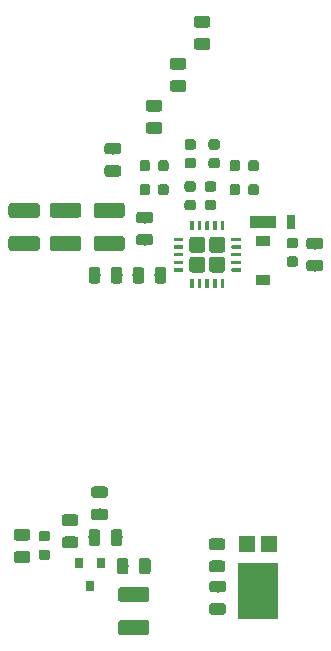
<source format=gbr>
G04 #@! TF.GenerationSoftware,KiCad,Pcbnew,(5.1.4-0-10_14)*
G04 #@! TF.CreationDate,2019-09-18T11:49:10-05:00*
G04 #@! TF.ProjectId,poePoweredDevice-PD,706f6550-6f77-4657-9265-644465766963,rev?*
G04 #@! TF.SameCoordinates,Original*
G04 #@! TF.FileFunction,Paste,Bot*
G04 #@! TF.FilePolarity,Positive*
%FSLAX46Y46*%
G04 Gerber Fmt 4.6, Leading zero omitted, Abs format (unit mm)*
G04 Created by KiCad (PCBNEW (5.1.4-0-10_14)) date 2019-09-18 11:49:10*
%MOMM*%
%LPD*%
G04 APERTURE LIST*
%ADD10R,3.360000X4.860000*%
%ADD11R,1.390000X1.400000*%
%ADD12C,0.100000*%
%ADD13C,1.250000*%
%ADD14C,0.975000*%
%ADD15C,0.875000*%
%ADD16R,1.200000X0.900000*%
%ADD17C,1.350000*%
%ADD18C,0.300000*%
%ADD19R,0.800000X0.900000*%
%ADD20R,0.775000X1.250000*%
%ADD21R,2.175000X1.125000*%
G04 APERTURE END LIST*
D10*
X180524000Y-136080000D03*
D11*
X179594000Y-132080000D03*
X181444000Y-132080000D03*
D12*
G36*
X168999504Y-103224204D02*
G01*
X169023773Y-103227804D01*
X169047571Y-103233765D01*
X169070671Y-103242030D01*
X169092849Y-103252520D01*
X169113893Y-103265133D01*
X169133598Y-103279747D01*
X169151777Y-103296223D01*
X169168253Y-103314402D01*
X169182867Y-103334107D01*
X169195480Y-103355151D01*
X169205970Y-103377329D01*
X169214235Y-103400429D01*
X169220196Y-103424227D01*
X169223796Y-103448496D01*
X169225000Y-103473000D01*
X169225000Y-104223000D01*
X169223796Y-104247504D01*
X169220196Y-104271773D01*
X169214235Y-104295571D01*
X169205970Y-104318671D01*
X169195480Y-104340849D01*
X169182867Y-104361893D01*
X169168253Y-104381598D01*
X169151777Y-104399777D01*
X169133598Y-104416253D01*
X169113893Y-104430867D01*
X169092849Y-104443480D01*
X169070671Y-104453970D01*
X169047571Y-104462235D01*
X169023773Y-104468196D01*
X168999504Y-104471796D01*
X168975000Y-104473000D01*
X166825000Y-104473000D01*
X166800496Y-104471796D01*
X166776227Y-104468196D01*
X166752429Y-104462235D01*
X166729329Y-104453970D01*
X166707151Y-104443480D01*
X166686107Y-104430867D01*
X166666402Y-104416253D01*
X166648223Y-104399777D01*
X166631747Y-104381598D01*
X166617133Y-104361893D01*
X166604520Y-104340849D01*
X166594030Y-104318671D01*
X166585765Y-104295571D01*
X166579804Y-104271773D01*
X166576204Y-104247504D01*
X166575000Y-104223000D01*
X166575000Y-103473000D01*
X166576204Y-103448496D01*
X166579804Y-103424227D01*
X166585765Y-103400429D01*
X166594030Y-103377329D01*
X166604520Y-103355151D01*
X166617133Y-103334107D01*
X166631747Y-103314402D01*
X166648223Y-103296223D01*
X166666402Y-103279747D01*
X166686107Y-103265133D01*
X166707151Y-103252520D01*
X166729329Y-103242030D01*
X166752429Y-103233765D01*
X166776227Y-103227804D01*
X166800496Y-103224204D01*
X166825000Y-103223000D01*
X168975000Y-103223000D01*
X168999504Y-103224204D01*
X168999504Y-103224204D01*
G37*
D13*
X167900000Y-103848000D03*
D12*
G36*
X168999504Y-106024204D02*
G01*
X169023773Y-106027804D01*
X169047571Y-106033765D01*
X169070671Y-106042030D01*
X169092849Y-106052520D01*
X169113893Y-106065133D01*
X169133598Y-106079747D01*
X169151777Y-106096223D01*
X169168253Y-106114402D01*
X169182867Y-106134107D01*
X169195480Y-106155151D01*
X169205970Y-106177329D01*
X169214235Y-106200429D01*
X169220196Y-106224227D01*
X169223796Y-106248496D01*
X169225000Y-106273000D01*
X169225000Y-107023000D01*
X169223796Y-107047504D01*
X169220196Y-107071773D01*
X169214235Y-107095571D01*
X169205970Y-107118671D01*
X169195480Y-107140849D01*
X169182867Y-107161893D01*
X169168253Y-107181598D01*
X169151777Y-107199777D01*
X169133598Y-107216253D01*
X169113893Y-107230867D01*
X169092849Y-107243480D01*
X169070671Y-107253970D01*
X169047571Y-107262235D01*
X169023773Y-107268196D01*
X168999504Y-107271796D01*
X168975000Y-107273000D01*
X166825000Y-107273000D01*
X166800496Y-107271796D01*
X166776227Y-107268196D01*
X166752429Y-107262235D01*
X166729329Y-107253970D01*
X166707151Y-107243480D01*
X166686107Y-107230867D01*
X166666402Y-107216253D01*
X166648223Y-107199777D01*
X166631747Y-107181598D01*
X166617133Y-107161893D01*
X166604520Y-107140849D01*
X166594030Y-107118671D01*
X166585765Y-107095571D01*
X166579804Y-107071773D01*
X166576204Y-107047504D01*
X166575000Y-107023000D01*
X166575000Y-106273000D01*
X166576204Y-106248496D01*
X166579804Y-106224227D01*
X166585765Y-106200429D01*
X166594030Y-106177329D01*
X166604520Y-106155151D01*
X166617133Y-106134107D01*
X166631747Y-106114402D01*
X166648223Y-106096223D01*
X166666402Y-106079747D01*
X166686107Y-106065133D01*
X166707151Y-106052520D01*
X166729329Y-106042030D01*
X166752429Y-106033765D01*
X166776227Y-106027804D01*
X166800496Y-106024204D01*
X166825000Y-106023000D01*
X168975000Y-106023000D01*
X168999504Y-106024204D01*
X168999504Y-106024204D01*
G37*
D13*
X167900000Y-106648000D03*
D12*
G36*
X165299504Y-106024204D02*
G01*
X165323773Y-106027804D01*
X165347571Y-106033765D01*
X165370671Y-106042030D01*
X165392849Y-106052520D01*
X165413893Y-106065133D01*
X165433598Y-106079747D01*
X165451777Y-106096223D01*
X165468253Y-106114402D01*
X165482867Y-106134107D01*
X165495480Y-106155151D01*
X165505970Y-106177329D01*
X165514235Y-106200429D01*
X165520196Y-106224227D01*
X165523796Y-106248496D01*
X165525000Y-106273000D01*
X165525000Y-107023000D01*
X165523796Y-107047504D01*
X165520196Y-107071773D01*
X165514235Y-107095571D01*
X165505970Y-107118671D01*
X165495480Y-107140849D01*
X165482867Y-107161893D01*
X165468253Y-107181598D01*
X165451777Y-107199777D01*
X165433598Y-107216253D01*
X165413893Y-107230867D01*
X165392849Y-107243480D01*
X165370671Y-107253970D01*
X165347571Y-107262235D01*
X165323773Y-107268196D01*
X165299504Y-107271796D01*
X165275000Y-107273000D01*
X163125000Y-107273000D01*
X163100496Y-107271796D01*
X163076227Y-107268196D01*
X163052429Y-107262235D01*
X163029329Y-107253970D01*
X163007151Y-107243480D01*
X162986107Y-107230867D01*
X162966402Y-107216253D01*
X162948223Y-107199777D01*
X162931747Y-107181598D01*
X162917133Y-107161893D01*
X162904520Y-107140849D01*
X162894030Y-107118671D01*
X162885765Y-107095571D01*
X162879804Y-107071773D01*
X162876204Y-107047504D01*
X162875000Y-107023000D01*
X162875000Y-106273000D01*
X162876204Y-106248496D01*
X162879804Y-106224227D01*
X162885765Y-106200429D01*
X162894030Y-106177329D01*
X162904520Y-106155151D01*
X162917133Y-106134107D01*
X162931747Y-106114402D01*
X162948223Y-106096223D01*
X162966402Y-106079747D01*
X162986107Y-106065133D01*
X163007151Y-106052520D01*
X163029329Y-106042030D01*
X163052429Y-106033765D01*
X163076227Y-106027804D01*
X163100496Y-106024204D01*
X163125000Y-106023000D01*
X165275000Y-106023000D01*
X165299504Y-106024204D01*
X165299504Y-106024204D01*
G37*
D13*
X164200000Y-106648000D03*
D12*
G36*
X165299504Y-103224204D02*
G01*
X165323773Y-103227804D01*
X165347571Y-103233765D01*
X165370671Y-103242030D01*
X165392849Y-103252520D01*
X165413893Y-103265133D01*
X165433598Y-103279747D01*
X165451777Y-103296223D01*
X165468253Y-103314402D01*
X165482867Y-103334107D01*
X165495480Y-103355151D01*
X165505970Y-103377329D01*
X165514235Y-103400429D01*
X165520196Y-103424227D01*
X165523796Y-103448496D01*
X165525000Y-103473000D01*
X165525000Y-104223000D01*
X165523796Y-104247504D01*
X165520196Y-104271773D01*
X165514235Y-104295571D01*
X165505970Y-104318671D01*
X165495480Y-104340849D01*
X165482867Y-104361893D01*
X165468253Y-104381598D01*
X165451777Y-104399777D01*
X165433598Y-104416253D01*
X165413893Y-104430867D01*
X165392849Y-104443480D01*
X165370671Y-104453970D01*
X165347571Y-104462235D01*
X165323773Y-104468196D01*
X165299504Y-104471796D01*
X165275000Y-104473000D01*
X163125000Y-104473000D01*
X163100496Y-104471796D01*
X163076227Y-104468196D01*
X163052429Y-104462235D01*
X163029329Y-104453970D01*
X163007151Y-104443480D01*
X162986107Y-104430867D01*
X162966402Y-104416253D01*
X162948223Y-104399777D01*
X162931747Y-104381598D01*
X162917133Y-104361893D01*
X162904520Y-104340849D01*
X162894030Y-104318671D01*
X162885765Y-104295571D01*
X162879804Y-104271773D01*
X162876204Y-104247504D01*
X162875000Y-104223000D01*
X162875000Y-103473000D01*
X162876204Y-103448496D01*
X162879804Y-103424227D01*
X162885765Y-103400429D01*
X162894030Y-103377329D01*
X162904520Y-103355151D01*
X162917133Y-103334107D01*
X162931747Y-103314402D01*
X162948223Y-103296223D01*
X162966402Y-103279747D01*
X162986107Y-103265133D01*
X163007151Y-103252520D01*
X163029329Y-103242030D01*
X163052429Y-103233765D01*
X163076227Y-103227804D01*
X163100496Y-103224204D01*
X163125000Y-103223000D01*
X165275000Y-103223000D01*
X165299504Y-103224204D01*
X165299504Y-103224204D01*
G37*
D13*
X164200000Y-103848000D03*
D12*
G36*
X161799504Y-103224204D02*
G01*
X161823773Y-103227804D01*
X161847571Y-103233765D01*
X161870671Y-103242030D01*
X161892849Y-103252520D01*
X161913893Y-103265133D01*
X161933598Y-103279747D01*
X161951777Y-103296223D01*
X161968253Y-103314402D01*
X161982867Y-103334107D01*
X161995480Y-103355151D01*
X162005970Y-103377329D01*
X162014235Y-103400429D01*
X162020196Y-103424227D01*
X162023796Y-103448496D01*
X162025000Y-103473000D01*
X162025000Y-104223000D01*
X162023796Y-104247504D01*
X162020196Y-104271773D01*
X162014235Y-104295571D01*
X162005970Y-104318671D01*
X161995480Y-104340849D01*
X161982867Y-104361893D01*
X161968253Y-104381598D01*
X161951777Y-104399777D01*
X161933598Y-104416253D01*
X161913893Y-104430867D01*
X161892849Y-104443480D01*
X161870671Y-104453970D01*
X161847571Y-104462235D01*
X161823773Y-104468196D01*
X161799504Y-104471796D01*
X161775000Y-104473000D01*
X159625000Y-104473000D01*
X159600496Y-104471796D01*
X159576227Y-104468196D01*
X159552429Y-104462235D01*
X159529329Y-104453970D01*
X159507151Y-104443480D01*
X159486107Y-104430867D01*
X159466402Y-104416253D01*
X159448223Y-104399777D01*
X159431747Y-104381598D01*
X159417133Y-104361893D01*
X159404520Y-104340849D01*
X159394030Y-104318671D01*
X159385765Y-104295571D01*
X159379804Y-104271773D01*
X159376204Y-104247504D01*
X159375000Y-104223000D01*
X159375000Y-103473000D01*
X159376204Y-103448496D01*
X159379804Y-103424227D01*
X159385765Y-103400429D01*
X159394030Y-103377329D01*
X159404520Y-103355151D01*
X159417133Y-103334107D01*
X159431747Y-103314402D01*
X159448223Y-103296223D01*
X159466402Y-103279747D01*
X159486107Y-103265133D01*
X159507151Y-103252520D01*
X159529329Y-103242030D01*
X159552429Y-103233765D01*
X159576227Y-103227804D01*
X159600496Y-103224204D01*
X159625000Y-103223000D01*
X161775000Y-103223000D01*
X161799504Y-103224204D01*
X161799504Y-103224204D01*
G37*
D13*
X160700000Y-103848000D03*
D12*
G36*
X161799504Y-106024204D02*
G01*
X161823773Y-106027804D01*
X161847571Y-106033765D01*
X161870671Y-106042030D01*
X161892849Y-106052520D01*
X161913893Y-106065133D01*
X161933598Y-106079747D01*
X161951777Y-106096223D01*
X161968253Y-106114402D01*
X161982867Y-106134107D01*
X161995480Y-106155151D01*
X162005970Y-106177329D01*
X162014235Y-106200429D01*
X162020196Y-106224227D01*
X162023796Y-106248496D01*
X162025000Y-106273000D01*
X162025000Y-107023000D01*
X162023796Y-107047504D01*
X162020196Y-107071773D01*
X162014235Y-107095571D01*
X162005970Y-107118671D01*
X161995480Y-107140849D01*
X161982867Y-107161893D01*
X161968253Y-107181598D01*
X161951777Y-107199777D01*
X161933598Y-107216253D01*
X161913893Y-107230867D01*
X161892849Y-107243480D01*
X161870671Y-107253970D01*
X161847571Y-107262235D01*
X161823773Y-107268196D01*
X161799504Y-107271796D01*
X161775000Y-107273000D01*
X159625000Y-107273000D01*
X159600496Y-107271796D01*
X159576227Y-107268196D01*
X159552429Y-107262235D01*
X159529329Y-107253970D01*
X159507151Y-107243480D01*
X159486107Y-107230867D01*
X159466402Y-107216253D01*
X159448223Y-107199777D01*
X159431747Y-107181598D01*
X159417133Y-107161893D01*
X159404520Y-107140849D01*
X159394030Y-107118671D01*
X159385765Y-107095571D01*
X159379804Y-107071773D01*
X159376204Y-107047504D01*
X159375000Y-107023000D01*
X159375000Y-106273000D01*
X159376204Y-106248496D01*
X159379804Y-106224227D01*
X159385765Y-106200429D01*
X159394030Y-106177329D01*
X159404520Y-106155151D01*
X159417133Y-106134107D01*
X159431747Y-106114402D01*
X159448223Y-106096223D01*
X159466402Y-106079747D01*
X159486107Y-106065133D01*
X159507151Y-106052520D01*
X159529329Y-106042030D01*
X159552429Y-106033765D01*
X159576227Y-106027804D01*
X159600496Y-106024204D01*
X159625000Y-106023000D01*
X161775000Y-106023000D01*
X161799504Y-106024204D01*
X161799504Y-106024204D01*
G37*
D13*
X160700000Y-106648000D03*
D12*
G36*
X171076304Y-135745804D02*
G01*
X171100573Y-135749404D01*
X171124371Y-135755365D01*
X171147471Y-135763630D01*
X171169649Y-135774120D01*
X171190693Y-135786733D01*
X171210398Y-135801347D01*
X171228577Y-135817823D01*
X171245053Y-135836002D01*
X171259667Y-135855707D01*
X171272280Y-135876751D01*
X171282770Y-135898929D01*
X171291035Y-135922029D01*
X171296996Y-135945827D01*
X171300596Y-135970096D01*
X171301800Y-135994600D01*
X171301800Y-136744600D01*
X171300596Y-136769104D01*
X171296996Y-136793373D01*
X171291035Y-136817171D01*
X171282770Y-136840271D01*
X171272280Y-136862449D01*
X171259667Y-136883493D01*
X171245053Y-136903198D01*
X171228577Y-136921377D01*
X171210398Y-136937853D01*
X171190693Y-136952467D01*
X171169649Y-136965080D01*
X171147471Y-136975570D01*
X171124371Y-136983835D01*
X171100573Y-136989796D01*
X171076304Y-136993396D01*
X171051800Y-136994600D01*
X168901800Y-136994600D01*
X168877296Y-136993396D01*
X168853027Y-136989796D01*
X168829229Y-136983835D01*
X168806129Y-136975570D01*
X168783951Y-136965080D01*
X168762907Y-136952467D01*
X168743202Y-136937853D01*
X168725023Y-136921377D01*
X168708547Y-136903198D01*
X168693933Y-136883493D01*
X168681320Y-136862449D01*
X168670830Y-136840271D01*
X168662565Y-136817171D01*
X168656604Y-136793373D01*
X168653004Y-136769104D01*
X168651800Y-136744600D01*
X168651800Y-135994600D01*
X168653004Y-135970096D01*
X168656604Y-135945827D01*
X168662565Y-135922029D01*
X168670830Y-135898929D01*
X168681320Y-135876751D01*
X168693933Y-135855707D01*
X168708547Y-135836002D01*
X168725023Y-135817823D01*
X168743202Y-135801347D01*
X168762907Y-135786733D01*
X168783951Y-135774120D01*
X168806129Y-135763630D01*
X168829229Y-135755365D01*
X168853027Y-135749404D01*
X168877296Y-135745804D01*
X168901800Y-135744600D01*
X171051800Y-135744600D01*
X171076304Y-135745804D01*
X171076304Y-135745804D01*
G37*
D13*
X169976800Y-136369600D03*
D12*
G36*
X171076304Y-138545804D02*
G01*
X171100573Y-138549404D01*
X171124371Y-138555365D01*
X171147471Y-138563630D01*
X171169649Y-138574120D01*
X171190693Y-138586733D01*
X171210398Y-138601347D01*
X171228577Y-138617823D01*
X171245053Y-138636002D01*
X171259667Y-138655707D01*
X171272280Y-138676751D01*
X171282770Y-138698929D01*
X171291035Y-138722029D01*
X171296996Y-138745827D01*
X171300596Y-138770096D01*
X171301800Y-138794600D01*
X171301800Y-139544600D01*
X171300596Y-139569104D01*
X171296996Y-139593373D01*
X171291035Y-139617171D01*
X171282770Y-139640271D01*
X171272280Y-139662449D01*
X171259667Y-139683493D01*
X171245053Y-139703198D01*
X171228577Y-139721377D01*
X171210398Y-139737853D01*
X171190693Y-139752467D01*
X171169649Y-139765080D01*
X171147471Y-139775570D01*
X171124371Y-139783835D01*
X171100573Y-139789796D01*
X171076304Y-139793396D01*
X171051800Y-139794600D01*
X168901800Y-139794600D01*
X168877296Y-139793396D01*
X168853027Y-139789796D01*
X168829229Y-139783835D01*
X168806129Y-139775570D01*
X168783951Y-139765080D01*
X168762907Y-139752467D01*
X168743202Y-139737853D01*
X168725023Y-139721377D01*
X168708547Y-139703198D01*
X168693933Y-139683493D01*
X168681320Y-139662449D01*
X168670830Y-139640271D01*
X168662565Y-139617171D01*
X168656604Y-139593373D01*
X168653004Y-139569104D01*
X168651800Y-139544600D01*
X168651800Y-138794600D01*
X168653004Y-138770096D01*
X168656604Y-138745827D01*
X168662565Y-138722029D01*
X168670830Y-138698929D01*
X168681320Y-138676751D01*
X168693933Y-138655707D01*
X168708547Y-138636002D01*
X168725023Y-138617823D01*
X168743202Y-138601347D01*
X168762907Y-138586733D01*
X168783951Y-138574120D01*
X168806129Y-138563630D01*
X168829229Y-138555365D01*
X168853027Y-138549404D01*
X168877296Y-138545804D01*
X168901800Y-138544600D01*
X171051800Y-138544600D01*
X171076304Y-138545804D01*
X171076304Y-138545804D01*
G37*
D13*
X169976800Y-139169600D03*
D12*
G36*
X177518142Y-131621374D02*
G01*
X177541803Y-131624884D01*
X177565007Y-131630696D01*
X177587529Y-131638754D01*
X177609153Y-131648982D01*
X177629670Y-131661279D01*
X177648883Y-131675529D01*
X177666607Y-131691593D01*
X177682671Y-131709317D01*
X177696921Y-131728530D01*
X177709218Y-131749047D01*
X177719446Y-131770671D01*
X177727504Y-131793193D01*
X177733316Y-131816397D01*
X177736826Y-131840058D01*
X177738000Y-131863950D01*
X177738000Y-132351450D01*
X177736826Y-132375342D01*
X177733316Y-132399003D01*
X177727504Y-132422207D01*
X177719446Y-132444729D01*
X177709218Y-132466353D01*
X177696921Y-132486870D01*
X177682671Y-132506083D01*
X177666607Y-132523807D01*
X177648883Y-132539871D01*
X177629670Y-132554121D01*
X177609153Y-132566418D01*
X177587529Y-132576646D01*
X177565007Y-132584704D01*
X177541803Y-132590516D01*
X177518142Y-132594026D01*
X177494250Y-132595200D01*
X176581750Y-132595200D01*
X176557858Y-132594026D01*
X176534197Y-132590516D01*
X176510993Y-132584704D01*
X176488471Y-132576646D01*
X176466847Y-132566418D01*
X176446330Y-132554121D01*
X176427117Y-132539871D01*
X176409393Y-132523807D01*
X176393329Y-132506083D01*
X176379079Y-132486870D01*
X176366782Y-132466353D01*
X176356554Y-132444729D01*
X176348496Y-132422207D01*
X176342684Y-132399003D01*
X176339174Y-132375342D01*
X176338000Y-132351450D01*
X176338000Y-131863950D01*
X176339174Y-131840058D01*
X176342684Y-131816397D01*
X176348496Y-131793193D01*
X176356554Y-131770671D01*
X176366782Y-131749047D01*
X176379079Y-131728530D01*
X176393329Y-131709317D01*
X176409393Y-131691593D01*
X176427117Y-131675529D01*
X176446330Y-131661279D01*
X176466847Y-131648982D01*
X176488471Y-131638754D01*
X176510993Y-131630696D01*
X176534197Y-131624884D01*
X176557858Y-131621374D01*
X176581750Y-131620200D01*
X177494250Y-131620200D01*
X177518142Y-131621374D01*
X177518142Y-131621374D01*
G37*
D14*
X177038000Y-132107700D03*
D12*
G36*
X177518142Y-133496374D02*
G01*
X177541803Y-133499884D01*
X177565007Y-133505696D01*
X177587529Y-133513754D01*
X177609153Y-133523982D01*
X177629670Y-133536279D01*
X177648883Y-133550529D01*
X177666607Y-133566593D01*
X177682671Y-133584317D01*
X177696921Y-133603530D01*
X177709218Y-133624047D01*
X177719446Y-133645671D01*
X177727504Y-133668193D01*
X177733316Y-133691397D01*
X177736826Y-133715058D01*
X177738000Y-133738950D01*
X177738000Y-134226450D01*
X177736826Y-134250342D01*
X177733316Y-134274003D01*
X177727504Y-134297207D01*
X177719446Y-134319729D01*
X177709218Y-134341353D01*
X177696921Y-134361870D01*
X177682671Y-134381083D01*
X177666607Y-134398807D01*
X177648883Y-134414871D01*
X177629670Y-134429121D01*
X177609153Y-134441418D01*
X177587529Y-134451646D01*
X177565007Y-134459704D01*
X177541803Y-134465516D01*
X177518142Y-134469026D01*
X177494250Y-134470200D01*
X176581750Y-134470200D01*
X176557858Y-134469026D01*
X176534197Y-134465516D01*
X176510993Y-134459704D01*
X176488471Y-134451646D01*
X176466847Y-134441418D01*
X176446330Y-134429121D01*
X176427117Y-134414871D01*
X176409393Y-134398807D01*
X176393329Y-134381083D01*
X176379079Y-134361870D01*
X176366782Y-134341353D01*
X176356554Y-134319729D01*
X176348496Y-134297207D01*
X176342684Y-134274003D01*
X176339174Y-134250342D01*
X176338000Y-134226450D01*
X176338000Y-133738950D01*
X176339174Y-133715058D01*
X176342684Y-133691397D01*
X176348496Y-133668193D01*
X176356554Y-133645671D01*
X176366782Y-133624047D01*
X176379079Y-133603530D01*
X176393329Y-133584317D01*
X176409393Y-133566593D01*
X176427117Y-133550529D01*
X176446330Y-133536279D01*
X176466847Y-133523982D01*
X176488471Y-133513754D01*
X176510993Y-133505696D01*
X176534197Y-133499884D01*
X176557858Y-133496374D01*
X176581750Y-133495200D01*
X177494250Y-133495200D01*
X177518142Y-133496374D01*
X177518142Y-133496374D01*
G37*
D14*
X177038000Y-133982700D03*
D12*
G36*
X168794342Y-130847774D02*
G01*
X168818003Y-130851284D01*
X168841207Y-130857096D01*
X168863729Y-130865154D01*
X168885353Y-130875382D01*
X168905870Y-130887679D01*
X168925083Y-130901929D01*
X168942807Y-130917993D01*
X168958871Y-130935717D01*
X168973121Y-130954930D01*
X168985418Y-130975447D01*
X168995646Y-130997071D01*
X169003704Y-131019593D01*
X169009516Y-131042797D01*
X169013026Y-131066458D01*
X169014200Y-131090350D01*
X169014200Y-132002850D01*
X169013026Y-132026742D01*
X169009516Y-132050403D01*
X169003704Y-132073607D01*
X168995646Y-132096129D01*
X168985418Y-132117753D01*
X168973121Y-132138270D01*
X168958871Y-132157483D01*
X168942807Y-132175207D01*
X168925083Y-132191271D01*
X168905870Y-132205521D01*
X168885353Y-132217818D01*
X168863729Y-132228046D01*
X168841207Y-132236104D01*
X168818003Y-132241916D01*
X168794342Y-132245426D01*
X168770450Y-132246600D01*
X168282950Y-132246600D01*
X168259058Y-132245426D01*
X168235397Y-132241916D01*
X168212193Y-132236104D01*
X168189671Y-132228046D01*
X168168047Y-132217818D01*
X168147530Y-132205521D01*
X168128317Y-132191271D01*
X168110593Y-132175207D01*
X168094529Y-132157483D01*
X168080279Y-132138270D01*
X168067982Y-132117753D01*
X168057754Y-132096129D01*
X168049696Y-132073607D01*
X168043884Y-132050403D01*
X168040374Y-132026742D01*
X168039200Y-132002850D01*
X168039200Y-131090350D01*
X168040374Y-131066458D01*
X168043884Y-131042797D01*
X168049696Y-131019593D01*
X168057754Y-130997071D01*
X168067982Y-130975447D01*
X168080279Y-130954930D01*
X168094529Y-130935717D01*
X168110593Y-130917993D01*
X168128317Y-130901929D01*
X168147530Y-130887679D01*
X168168047Y-130875382D01*
X168189671Y-130865154D01*
X168212193Y-130857096D01*
X168235397Y-130851284D01*
X168259058Y-130847774D01*
X168282950Y-130846600D01*
X168770450Y-130846600D01*
X168794342Y-130847774D01*
X168794342Y-130847774D01*
G37*
D14*
X168526700Y-131546600D03*
D12*
G36*
X166919342Y-130847774D02*
G01*
X166943003Y-130851284D01*
X166966207Y-130857096D01*
X166988729Y-130865154D01*
X167010353Y-130875382D01*
X167030870Y-130887679D01*
X167050083Y-130901929D01*
X167067807Y-130917993D01*
X167083871Y-130935717D01*
X167098121Y-130954930D01*
X167110418Y-130975447D01*
X167120646Y-130997071D01*
X167128704Y-131019593D01*
X167134516Y-131042797D01*
X167138026Y-131066458D01*
X167139200Y-131090350D01*
X167139200Y-132002850D01*
X167138026Y-132026742D01*
X167134516Y-132050403D01*
X167128704Y-132073607D01*
X167120646Y-132096129D01*
X167110418Y-132117753D01*
X167098121Y-132138270D01*
X167083871Y-132157483D01*
X167067807Y-132175207D01*
X167050083Y-132191271D01*
X167030870Y-132205521D01*
X167010353Y-132217818D01*
X166988729Y-132228046D01*
X166966207Y-132236104D01*
X166943003Y-132241916D01*
X166919342Y-132245426D01*
X166895450Y-132246600D01*
X166407950Y-132246600D01*
X166384058Y-132245426D01*
X166360397Y-132241916D01*
X166337193Y-132236104D01*
X166314671Y-132228046D01*
X166293047Y-132217818D01*
X166272530Y-132205521D01*
X166253317Y-132191271D01*
X166235593Y-132175207D01*
X166219529Y-132157483D01*
X166205279Y-132138270D01*
X166192982Y-132117753D01*
X166182754Y-132096129D01*
X166174696Y-132073607D01*
X166168884Y-132050403D01*
X166165374Y-132026742D01*
X166164200Y-132002850D01*
X166164200Y-131090350D01*
X166165374Y-131066458D01*
X166168884Y-131042797D01*
X166174696Y-131019593D01*
X166182754Y-130997071D01*
X166192982Y-130975447D01*
X166205279Y-130954930D01*
X166219529Y-130935717D01*
X166235593Y-130917993D01*
X166253317Y-130901929D01*
X166272530Y-130887679D01*
X166293047Y-130875382D01*
X166314671Y-130865154D01*
X166337193Y-130857096D01*
X166360397Y-130851284D01*
X166384058Y-130847774D01*
X166407950Y-130846600D01*
X166895450Y-130846600D01*
X166919342Y-130847774D01*
X166919342Y-130847774D01*
G37*
D14*
X166651700Y-131546600D03*
D12*
G36*
X176753691Y-101392053D02*
G01*
X176774926Y-101395203D01*
X176795750Y-101400419D01*
X176815962Y-101407651D01*
X176835368Y-101416830D01*
X176853781Y-101427866D01*
X176871024Y-101440654D01*
X176886930Y-101455070D01*
X176901346Y-101470976D01*
X176914134Y-101488219D01*
X176925170Y-101506632D01*
X176934349Y-101526038D01*
X176941581Y-101546250D01*
X176946797Y-101567074D01*
X176949947Y-101588309D01*
X176951000Y-101609750D01*
X176951000Y-102047250D01*
X176949947Y-102068691D01*
X176946797Y-102089926D01*
X176941581Y-102110750D01*
X176934349Y-102130962D01*
X176925170Y-102150368D01*
X176914134Y-102168781D01*
X176901346Y-102186024D01*
X176886930Y-102201930D01*
X176871024Y-102216346D01*
X176853781Y-102229134D01*
X176835368Y-102240170D01*
X176815962Y-102249349D01*
X176795750Y-102256581D01*
X176774926Y-102261797D01*
X176753691Y-102264947D01*
X176732250Y-102266000D01*
X176219750Y-102266000D01*
X176198309Y-102264947D01*
X176177074Y-102261797D01*
X176156250Y-102256581D01*
X176136038Y-102249349D01*
X176116632Y-102240170D01*
X176098219Y-102229134D01*
X176080976Y-102216346D01*
X176065070Y-102201930D01*
X176050654Y-102186024D01*
X176037866Y-102168781D01*
X176026830Y-102150368D01*
X176017651Y-102130962D01*
X176010419Y-102110750D01*
X176005203Y-102089926D01*
X176002053Y-102068691D01*
X176001000Y-102047250D01*
X176001000Y-101609750D01*
X176002053Y-101588309D01*
X176005203Y-101567074D01*
X176010419Y-101546250D01*
X176017651Y-101526038D01*
X176026830Y-101506632D01*
X176037866Y-101488219D01*
X176050654Y-101470976D01*
X176065070Y-101455070D01*
X176080976Y-101440654D01*
X176098219Y-101427866D01*
X176116632Y-101416830D01*
X176136038Y-101407651D01*
X176156250Y-101400419D01*
X176177074Y-101395203D01*
X176198309Y-101392053D01*
X176219750Y-101391000D01*
X176732250Y-101391000D01*
X176753691Y-101392053D01*
X176753691Y-101392053D01*
G37*
D15*
X176476000Y-101828500D03*
D12*
G36*
X176753691Y-102967053D02*
G01*
X176774926Y-102970203D01*
X176795750Y-102975419D01*
X176815962Y-102982651D01*
X176835368Y-102991830D01*
X176853781Y-103002866D01*
X176871024Y-103015654D01*
X176886930Y-103030070D01*
X176901346Y-103045976D01*
X176914134Y-103063219D01*
X176925170Y-103081632D01*
X176934349Y-103101038D01*
X176941581Y-103121250D01*
X176946797Y-103142074D01*
X176949947Y-103163309D01*
X176951000Y-103184750D01*
X176951000Y-103622250D01*
X176949947Y-103643691D01*
X176946797Y-103664926D01*
X176941581Y-103685750D01*
X176934349Y-103705962D01*
X176925170Y-103725368D01*
X176914134Y-103743781D01*
X176901346Y-103761024D01*
X176886930Y-103776930D01*
X176871024Y-103791346D01*
X176853781Y-103804134D01*
X176835368Y-103815170D01*
X176815962Y-103824349D01*
X176795750Y-103831581D01*
X176774926Y-103836797D01*
X176753691Y-103839947D01*
X176732250Y-103841000D01*
X176219750Y-103841000D01*
X176198309Y-103839947D01*
X176177074Y-103836797D01*
X176156250Y-103831581D01*
X176136038Y-103824349D01*
X176116632Y-103815170D01*
X176098219Y-103804134D01*
X176080976Y-103791346D01*
X176065070Y-103776930D01*
X176050654Y-103761024D01*
X176037866Y-103743781D01*
X176026830Y-103725368D01*
X176017651Y-103705962D01*
X176010419Y-103685750D01*
X176005203Y-103664926D01*
X176002053Y-103643691D01*
X176001000Y-103622250D01*
X176001000Y-103184750D01*
X176002053Y-103163309D01*
X176005203Y-103142074D01*
X176010419Y-103121250D01*
X176017651Y-103101038D01*
X176026830Y-103081632D01*
X176037866Y-103063219D01*
X176050654Y-103045976D01*
X176065070Y-103030070D01*
X176080976Y-103015654D01*
X176098219Y-103002866D01*
X176116632Y-102991830D01*
X176136038Y-102982651D01*
X176156250Y-102975419D01*
X176177074Y-102970203D01*
X176198309Y-102967053D01*
X176219750Y-102966000D01*
X176732250Y-102966000D01*
X176753691Y-102967053D01*
X176753691Y-102967053D01*
G37*
D15*
X176476000Y-103403500D03*
D12*
G36*
X180351691Y-99602053D02*
G01*
X180372926Y-99605203D01*
X180393750Y-99610419D01*
X180413962Y-99617651D01*
X180433368Y-99626830D01*
X180451781Y-99637866D01*
X180469024Y-99650654D01*
X180484930Y-99665070D01*
X180499346Y-99680976D01*
X180512134Y-99698219D01*
X180523170Y-99716632D01*
X180532349Y-99736038D01*
X180539581Y-99756250D01*
X180544797Y-99777074D01*
X180547947Y-99798309D01*
X180549000Y-99819750D01*
X180549000Y-100332250D01*
X180547947Y-100353691D01*
X180544797Y-100374926D01*
X180539581Y-100395750D01*
X180532349Y-100415962D01*
X180523170Y-100435368D01*
X180512134Y-100453781D01*
X180499346Y-100471024D01*
X180484930Y-100486930D01*
X180469024Y-100501346D01*
X180451781Y-100514134D01*
X180433368Y-100525170D01*
X180413962Y-100534349D01*
X180393750Y-100541581D01*
X180372926Y-100546797D01*
X180351691Y-100549947D01*
X180330250Y-100551000D01*
X179892750Y-100551000D01*
X179871309Y-100549947D01*
X179850074Y-100546797D01*
X179829250Y-100541581D01*
X179809038Y-100534349D01*
X179789632Y-100525170D01*
X179771219Y-100514134D01*
X179753976Y-100501346D01*
X179738070Y-100486930D01*
X179723654Y-100471024D01*
X179710866Y-100453781D01*
X179699830Y-100435368D01*
X179690651Y-100415962D01*
X179683419Y-100395750D01*
X179678203Y-100374926D01*
X179675053Y-100353691D01*
X179674000Y-100332250D01*
X179674000Y-99819750D01*
X179675053Y-99798309D01*
X179678203Y-99777074D01*
X179683419Y-99756250D01*
X179690651Y-99736038D01*
X179699830Y-99716632D01*
X179710866Y-99698219D01*
X179723654Y-99680976D01*
X179738070Y-99665070D01*
X179753976Y-99650654D01*
X179771219Y-99637866D01*
X179789632Y-99626830D01*
X179809038Y-99617651D01*
X179829250Y-99610419D01*
X179850074Y-99605203D01*
X179871309Y-99602053D01*
X179892750Y-99601000D01*
X180330250Y-99601000D01*
X180351691Y-99602053D01*
X180351691Y-99602053D01*
G37*
D15*
X180111500Y-100076000D03*
D12*
G36*
X178776691Y-99602053D02*
G01*
X178797926Y-99605203D01*
X178818750Y-99610419D01*
X178838962Y-99617651D01*
X178858368Y-99626830D01*
X178876781Y-99637866D01*
X178894024Y-99650654D01*
X178909930Y-99665070D01*
X178924346Y-99680976D01*
X178937134Y-99698219D01*
X178948170Y-99716632D01*
X178957349Y-99736038D01*
X178964581Y-99756250D01*
X178969797Y-99777074D01*
X178972947Y-99798309D01*
X178974000Y-99819750D01*
X178974000Y-100332250D01*
X178972947Y-100353691D01*
X178969797Y-100374926D01*
X178964581Y-100395750D01*
X178957349Y-100415962D01*
X178948170Y-100435368D01*
X178937134Y-100453781D01*
X178924346Y-100471024D01*
X178909930Y-100486930D01*
X178894024Y-100501346D01*
X178876781Y-100514134D01*
X178858368Y-100525170D01*
X178838962Y-100534349D01*
X178818750Y-100541581D01*
X178797926Y-100546797D01*
X178776691Y-100549947D01*
X178755250Y-100551000D01*
X178317750Y-100551000D01*
X178296309Y-100549947D01*
X178275074Y-100546797D01*
X178254250Y-100541581D01*
X178234038Y-100534349D01*
X178214632Y-100525170D01*
X178196219Y-100514134D01*
X178178976Y-100501346D01*
X178163070Y-100486930D01*
X178148654Y-100471024D01*
X178135866Y-100453781D01*
X178124830Y-100435368D01*
X178115651Y-100415962D01*
X178108419Y-100395750D01*
X178103203Y-100374926D01*
X178100053Y-100353691D01*
X178099000Y-100332250D01*
X178099000Y-99819750D01*
X178100053Y-99798309D01*
X178103203Y-99777074D01*
X178108419Y-99756250D01*
X178115651Y-99736038D01*
X178124830Y-99716632D01*
X178135866Y-99698219D01*
X178148654Y-99680976D01*
X178163070Y-99665070D01*
X178178976Y-99650654D01*
X178196219Y-99637866D01*
X178214632Y-99626830D01*
X178234038Y-99617651D01*
X178254250Y-99610419D01*
X178275074Y-99605203D01*
X178296309Y-99602053D01*
X178317750Y-99601000D01*
X178755250Y-99601000D01*
X178776691Y-99602053D01*
X178776691Y-99602053D01*
G37*
D15*
X178536500Y-100076000D03*
D12*
G36*
X175041691Y-97836053D02*
G01*
X175062926Y-97839203D01*
X175083750Y-97844419D01*
X175103962Y-97851651D01*
X175123368Y-97860830D01*
X175141781Y-97871866D01*
X175159024Y-97884654D01*
X175174930Y-97899070D01*
X175189346Y-97914976D01*
X175202134Y-97932219D01*
X175213170Y-97950632D01*
X175222349Y-97970038D01*
X175229581Y-97990250D01*
X175234797Y-98011074D01*
X175237947Y-98032309D01*
X175239000Y-98053750D01*
X175239000Y-98491250D01*
X175237947Y-98512691D01*
X175234797Y-98533926D01*
X175229581Y-98554750D01*
X175222349Y-98574962D01*
X175213170Y-98594368D01*
X175202134Y-98612781D01*
X175189346Y-98630024D01*
X175174930Y-98645930D01*
X175159024Y-98660346D01*
X175141781Y-98673134D01*
X175123368Y-98684170D01*
X175103962Y-98693349D01*
X175083750Y-98700581D01*
X175062926Y-98705797D01*
X175041691Y-98708947D01*
X175020250Y-98710000D01*
X174507750Y-98710000D01*
X174486309Y-98708947D01*
X174465074Y-98705797D01*
X174444250Y-98700581D01*
X174424038Y-98693349D01*
X174404632Y-98684170D01*
X174386219Y-98673134D01*
X174368976Y-98660346D01*
X174353070Y-98645930D01*
X174338654Y-98630024D01*
X174325866Y-98612781D01*
X174314830Y-98594368D01*
X174305651Y-98574962D01*
X174298419Y-98554750D01*
X174293203Y-98533926D01*
X174290053Y-98512691D01*
X174289000Y-98491250D01*
X174289000Y-98053750D01*
X174290053Y-98032309D01*
X174293203Y-98011074D01*
X174298419Y-97990250D01*
X174305651Y-97970038D01*
X174314830Y-97950632D01*
X174325866Y-97932219D01*
X174338654Y-97914976D01*
X174353070Y-97899070D01*
X174368976Y-97884654D01*
X174386219Y-97871866D01*
X174404632Y-97860830D01*
X174424038Y-97851651D01*
X174444250Y-97844419D01*
X174465074Y-97839203D01*
X174486309Y-97836053D01*
X174507750Y-97835000D01*
X175020250Y-97835000D01*
X175041691Y-97836053D01*
X175041691Y-97836053D01*
G37*
D15*
X174764000Y-98272500D03*
D12*
G36*
X175041691Y-99411053D02*
G01*
X175062926Y-99414203D01*
X175083750Y-99419419D01*
X175103962Y-99426651D01*
X175123368Y-99435830D01*
X175141781Y-99446866D01*
X175159024Y-99459654D01*
X175174930Y-99474070D01*
X175189346Y-99489976D01*
X175202134Y-99507219D01*
X175213170Y-99525632D01*
X175222349Y-99545038D01*
X175229581Y-99565250D01*
X175234797Y-99586074D01*
X175237947Y-99607309D01*
X175239000Y-99628750D01*
X175239000Y-100066250D01*
X175237947Y-100087691D01*
X175234797Y-100108926D01*
X175229581Y-100129750D01*
X175222349Y-100149962D01*
X175213170Y-100169368D01*
X175202134Y-100187781D01*
X175189346Y-100205024D01*
X175174930Y-100220930D01*
X175159024Y-100235346D01*
X175141781Y-100248134D01*
X175123368Y-100259170D01*
X175103962Y-100268349D01*
X175083750Y-100275581D01*
X175062926Y-100280797D01*
X175041691Y-100283947D01*
X175020250Y-100285000D01*
X174507750Y-100285000D01*
X174486309Y-100283947D01*
X174465074Y-100280797D01*
X174444250Y-100275581D01*
X174424038Y-100268349D01*
X174404632Y-100259170D01*
X174386219Y-100248134D01*
X174368976Y-100235346D01*
X174353070Y-100220930D01*
X174338654Y-100205024D01*
X174325866Y-100187781D01*
X174314830Y-100169368D01*
X174305651Y-100149962D01*
X174298419Y-100129750D01*
X174293203Y-100108926D01*
X174290053Y-100087691D01*
X174289000Y-100066250D01*
X174289000Y-99628750D01*
X174290053Y-99607309D01*
X174293203Y-99586074D01*
X174298419Y-99565250D01*
X174305651Y-99545038D01*
X174314830Y-99525632D01*
X174325866Y-99507219D01*
X174338654Y-99489976D01*
X174353070Y-99474070D01*
X174368976Y-99459654D01*
X174386219Y-99446866D01*
X174404632Y-99435830D01*
X174424038Y-99426651D01*
X174444250Y-99419419D01*
X174465074Y-99414203D01*
X174486309Y-99411053D01*
X174507750Y-99410000D01*
X175020250Y-99410000D01*
X175041691Y-99411053D01*
X175041691Y-99411053D01*
G37*
D15*
X174764000Y-99847500D03*
D12*
G36*
X172727691Y-99602053D02*
G01*
X172748926Y-99605203D01*
X172769750Y-99610419D01*
X172789962Y-99617651D01*
X172809368Y-99626830D01*
X172827781Y-99637866D01*
X172845024Y-99650654D01*
X172860930Y-99665070D01*
X172875346Y-99680976D01*
X172888134Y-99698219D01*
X172899170Y-99716632D01*
X172908349Y-99736038D01*
X172915581Y-99756250D01*
X172920797Y-99777074D01*
X172923947Y-99798309D01*
X172925000Y-99819750D01*
X172925000Y-100332250D01*
X172923947Y-100353691D01*
X172920797Y-100374926D01*
X172915581Y-100395750D01*
X172908349Y-100415962D01*
X172899170Y-100435368D01*
X172888134Y-100453781D01*
X172875346Y-100471024D01*
X172860930Y-100486930D01*
X172845024Y-100501346D01*
X172827781Y-100514134D01*
X172809368Y-100525170D01*
X172789962Y-100534349D01*
X172769750Y-100541581D01*
X172748926Y-100546797D01*
X172727691Y-100549947D01*
X172706250Y-100551000D01*
X172268750Y-100551000D01*
X172247309Y-100549947D01*
X172226074Y-100546797D01*
X172205250Y-100541581D01*
X172185038Y-100534349D01*
X172165632Y-100525170D01*
X172147219Y-100514134D01*
X172129976Y-100501346D01*
X172114070Y-100486930D01*
X172099654Y-100471024D01*
X172086866Y-100453781D01*
X172075830Y-100435368D01*
X172066651Y-100415962D01*
X172059419Y-100395750D01*
X172054203Y-100374926D01*
X172051053Y-100353691D01*
X172050000Y-100332250D01*
X172050000Y-99819750D01*
X172051053Y-99798309D01*
X172054203Y-99777074D01*
X172059419Y-99756250D01*
X172066651Y-99736038D01*
X172075830Y-99716632D01*
X172086866Y-99698219D01*
X172099654Y-99680976D01*
X172114070Y-99665070D01*
X172129976Y-99650654D01*
X172147219Y-99637866D01*
X172165632Y-99626830D01*
X172185038Y-99617651D01*
X172205250Y-99610419D01*
X172226074Y-99605203D01*
X172247309Y-99602053D01*
X172268750Y-99601000D01*
X172706250Y-99601000D01*
X172727691Y-99602053D01*
X172727691Y-99602053D01*
G37*
D15*
X172487500Y-100076000D03*
D12*
G36*
X171152691Y-99602053D02*
G01*
X171173926Y-99605203D01*
X171194750Y-99610419D01*
X171214962Y-99617651D01*
X171234368Y-99626830D01*
X171252781Y-99637866D01*
X171270024Y-99650654D01*
X171285930Y-99665070D01*
X171300346Y-99680976D01*
X171313134Y-99698219D01*
X171324170Y-99716632D01*
X171333349Y-99736038D01*
X171340581Y-99756250D01*
X171345797Y-99777074D01*
X171348947Y-99798309D01*
X171350000Y-99819750D01*
X171350000Y-100332250D01*
X171348947Y-100353691D01*
X171345797Y-100374926D01*
X171340581Y-100395750D01*
X171333349Y-100415962D01*
X171324170Y-100435368D01*
X171313134Y-100453781D01*
X171300346Y-100471024D01*
X171285930Y-100486930D01*
X171270024Y-100501346D01*
X171252781Y-100514134D01*
X171234368Y-100525170D01*
X171214962Y-100534349D01*
X171194750Y-100541581D01*
X171173926Y-100546797D01*
X171152691Y-100549947D01*
X171131250Y-100551000D01*
X170693750Y-100551000D01*
X170672309Y-100549947D01*
X170651074Y-100546797D01*
X170630250Y-100541581D01*
X170610038Y-100534349D01*
X170590632Y-100525170D01*
X170572219Y-100514134D01*
X170554976Y-100501346D01*
X170539070Y-100486930D01*
X170524654Y-100471024D01*
X170511866Y-100453781D01*
X170500830Y-100435368D01*
X170491651Y-100415962D01*
X170484419Y-100395750D01*
X170479203Y-100374926D01*
X170476053Y-100353691D01*
X170475000Y-100332250D01*
X170475000Y-99819750D01*
X170476053Y-99798309D01*
X170479203Y-99777074D01*
X170484419Y-99756250D01*
X170491651Y-99736038D01*
X170500830Y-99716632D01*
X170511866Y-99698219D01*
X170524654Y-99680976D01*
X170539070Y-99665070D01*
X170554976Y-99650654D01*
X170572219Y-99637866D01*
X170590632Y-99626830D01*
X170610038Y-99617651D01*
X170630250Y-99610419D01*
X170651074Y-99605203D01*
X170672309Y-99602053D01*
X170693750Y-99601000D01*
X171131250Y-99601000D01*
X171152691Y-99602053D01*
X171152691Y-99602053D01*
G37*
D15*
X170912500Y-100076000D03*
D12*
G36*
X175029691Y-102967053D02*
G01*
X175050926Y-102970203D01*
X175071750Y-102975419D01*
X175091962Y-102982651D01*
X175111368Y-102991830D01*
X175129781Y-103002866D01*
X175147024Y-103015654D01*
X175162930Y-103030070D01*
X175177346Y-103045976D01*
X175190134Y-103063219D01*
X175201170Y-103081632D01*
X175210349Y-103101038D01*
X175217581Y-103121250D01*
X175222797Y-103142074D01*
X175225947Y-103163309D01*
X175227000Y-103184750D01*
X175227000Y-103622250D01*
X175225947Y-103643691D01*
X175222797Y-103664926D01*
X175217581Y-103685750D01*
X175210349Y-103705962D01*
X175201170Y-103725368D01*
X175190134Y-103743781D01*
X175177346Y-103761024D01*
X175162930Y-103776930D01*
X175147024Y-103791346D01*
X175129781Y-103804134D01*
X175111368Y-103815170D01*
X175091962Y-103824349D01*
X175071750Y-103831581D01*
X175050926Y-103836797D01*
X175029691Y-103839947D01*
X175008250Y-103841000D01*
X174495750Y-103841000D01*
X174474309Y-103839947D01*
X174453074Y-103836797D01*
X174432250Y-103831581D01*
X174412038Y-103824349D01*
X174392632Y-103815170D01*
X174374219Y-103804134D01*
X174356976Y-103791346D01*
X174341070Y-103776930D01*
X174326654Y-103761024D01*
X174313866Y-103743781D01*
X174302830Y-103725368D01*
X174293651Y-103705962D01*
X174286419Y-103685750D01*
X174281203Y-103664926D01*
X174278053Y-103643691D01*
X174277000Y-103622250D01*
X174277000Y-103184750D01*
X174278053Y-103163309D01*
X174281203Y-103142074D01*
X174286419Y-103121250D01*
X174293651Y-103101038D01*
X174302830Y-103081632D01*
X174313866Y-103063219D01*
X174326654Y-103045976D01*
X174341070Y-103030070D01*
X174356976Y-103015654D01*
X174374219Y-103002866D01*
X174392632Y-102991830D01*
X174412038Y-102982651D01*
X174432250Y-102975419D01*
X174453074Y-102970203D01*
X174474309Y-102967053D01*
X174495750Y-102966000D01*
X175008250Y-102966000D01*
X175029691Y-102967053D01*
X175029691Y-102967053D01*
G37*
D15*
X174752000Y-103403500D03*
D12*
G36*
X175029691Y-101392053D02*
G01*
X175050926Y-101395203D01*
X175071750Y-101400419D01*
X175091962Y-101407651D01*
X175111368Y-101416830D01*
X175129781Y-101427866D01*
X175147024Y-101440654D01*
X175162930Y-101455070D01*
X175177346Y-101470976D01*
X175190134Y-101488219D01*
X175201170Y-101506632D01*
X175210349Y-101526038D01*
X175217581Y-101546250D01*
X175222797Y-101567074D01*
X175225947Y-101588309D01*
X175227000Y-101609750D01*
X175227000Y-102047250D01*
X175225947Y-102068691D01*
X175222797Y-102089926D01*
X175217581Y-102110750D01*
X175210349Y-102130962D01*
X175201170Y-102150368D01*
X175190134Y-102168781D01*
X175177346Y-102186024D01*
X175162930Y-102201930D01*
X175147024Y-102216346D01*
X175129781Y-102229134D01*
X175111368Y-102240170D01*
X175091962Y-102249349D01*
X175071750Y-102256581D01*
X175050926Y-102261797D01*
X175029691Y-102264947D01*
X175008250Y-102266000D01*
X174495750Y-102266000D01*
X174474309Y-102264947D01*
X174453074Y-102261797D01*
X174432250Y-102256581D01*
X174412038Y-102249349D01*
X174392632Y-102240170D01*
X174374219Y-102229134D01*
X174356976Y-102216346D01*
X174341070Y-102201930D01*
X174326654Y-102186024D01*
X174313866Y-102168781D01*
X174302830Y-102150368D01*
X174293651Y-102130962D01*
X174286419Y-102110750D01*
X174281203Y-102089926D01*
X174278053Y-102068691D01*
X174277000Y-102047250D01*
X174277000Y-101609750D01*
X174278053Y-101588309D01*
X174281203Y-101567074D01*
X174286419Y-101546250D01*
X174293651Y-101526038D01*
X174302830Y-101506632D01*
X174313866Y-101488219D01*
X174326654Y-101470976D01*
X174341070Y-101455070D01*
X174356976Y-101440654D01*
X174374219Y-101427866D01*
X174392632Y-101416830D01*
X174412038Y-101407651D01*
X174432250Y-101400419D01*
X174453074Y-101395203D01*
X174474309Y-101392053D01*
X174495750Y-101391000D01*
X175008250Y-101391000D01*
X175029691Y-101392053D01*
X175029691Y-101392053D01*
G37*
D15*
X174752000Y-101828500D03*
D12*
G36*
X178776691Y-101634053D02*
G01*
X178797926Y-101637203D01*
X178818750Y-101642419D01*
X178838962Y-101649651D01*
X178858368Y-101658830D01*
X178876781Y-101669866D01*
X178894024Y-101682654D01*
X178909930Y-101697070D01*
X178924346Y-101712976D01*
X178937134Y-101730219D01*
X178948170Y-101748632D01*
X178957349Y-101768038D01*
X178964581Y-101788250D01*
X178969797Y-101809074D01*
X178972947Y-101830309D01*
X178974000Y-101851750D01*
X178974000Y-102364250D01*
X178972947Y-102385691D01*
X178969797Y-102406926D01*
X178964581Y-102427750D01*
X178957349Y-102447962D01*
X178948170Y-102467368D01*
X178937134Y-102485781D01*
X178924346Y-102503024D01*
X178909930Y-102518930D01*
X178894024Y-102533346D01*
X178876781Y-102546134D01*
X178858368Y-102557170D01*
X178838962Y-102566349D01*
X178818750Y-102573581D01*
X178797926Y-102578797D01*
X178776691Y-102581947D01*
X178755250Y-102583000D01*
X178317750Y-102583000D01*
X178296309Y-102581947D01*
X178275074Y-102578797D01*
X178254250Y-102573581D01*
X178234038Y-102566349D01*
X178214632Y-102557170D01*
X178196219Y-102546134D01*
X178178976Y-102533346D01*
X178163070Y-102518930D01*
X178148654Y-102503024D01*
X178135866Y-102485781D01*
X178124830Y-102467368D01*
X178115651Y-102447962D01*
X178108419Y-102427750D01*
X178103203Y-102406926D01*
X178100053Y-102385691D01*
X178099000Y-102364250D01*
X178099000Y-101851750D01*
X178100053Y-101830309D01*
X178103203Y-101809074D01*
X178108419Y-101788250D01*
X178115651Y-101768038D01*
X178124830Y-101748632D01*
X178135866Y-101730219D01*
X178148654Y-101712976D01*
X178163070Y-101697070D01*
X178178976Y-101682654D01*
X178196219Y-101669866D01*
X178214632Y-101658830D01*
X178234038Y-101649651D01*
X178254250Y-101642419D01*
X178275074Y-101637203D01*
X178296309Y-101634053D01*
X178317750Y-101633000D01*
X178755250Y-101633000D01*
X178776691Y-101634053D01*
X178776691Y-101634053D01*
G37*
D15*
X178536500Y-102108000D03*
D12*
G36*
X180351691Y-101634053D02*
G01*
X180372926Y-101637203D01*
X180393750Y-101642419D01*
X180413962Y-101649651D01*
X180433368Y-101658830D01*
X180451781Y-101669866D01*
X180469024Y-101682654D01*
X180484930Y-101697070D01*
X180499346Y-101712976D01*
X180512134Y-101730219D01*
X180523170Y-101748632D01*
X180532349Y-101768038D01*
X180539581Y-101788250D01*
X180544797Y-101809074D01*
X180547947Y-101830309D01*
X180549000Y-101851750D01*
X180549000Y-102364250D01*
X180547947Y-102385691D01*
X180544797Y-102406926D01*
X180539581Y-102427750D01*
X180532349Y-102447962D01*
X180523170Y-102467368D01*
X180512134Y-102485781D01*
X180499346Y-102503024D01*
X180484930Y-102518930D01*
X180469024Y-102533346D01*
X180451781Y-102546134D01*
X180433368Y-102557170D01*
X180413962Y-102566349D01*
X180393750Y-102573581D01*
X180372926Y-102578797D01*
X180351691Y-102581947D01*
X180330250Y-102583000D01*
X179892750Y-102583000D01*
X179871309Y-102581947D01*
X179850074Y-102578797D01*
X179829250Y-102573581D01*
X179809038Y-102566349D01*
X179789632Y-102557170D01*
X179771219Y-102546134D01*
X179753976Y-102533346D01*
X179738070Y-102518930D01*
X179723654Y-102503024D01*
X179710866Y-102485781D01*
X179699830Y-102467368D01*
X179690651Y-102447962D01*
X179683419Y-102427750D01*
X179678203Y-102406926D01*
X179675053Y-102385691D01*
X179674000Y-102364250D01*
X179674000Y-101851750D01*
X179675053Y-101830309D01*
X179678203Y-101809074D01*
X179683419Y-101788250D01*
X179690651Y-101768038D01*
X179699830Y-101748632D01*
X179710866Y-101730219D01*
X179723654Y-101712976D01*
X179738070Y-101697070D01*
X179753976Y-101682654D01*
X179771219Y-101669866D01*
X179789632Y-101658830D01*
X179809038Y-101649651D01*
X179829250Y-101642419D01*
X179850074Y-101637203D01*
X179871309Y-101634053D01*
X179892750Y-101633000D01*
X180330250Y-101633000D01*
X180351691Y-101634053D01*
X180351691Y-101634053D01*
G37*
D15*
X180111500Y-102108000D03*
D12*
G36*
X177061691Y-97836053D02*
G01*
X177082926Y-97839203D01*
X177103750Y-97844419D01*
X177123962Y-97851651D01*
X177143368Y-97860830D01*
X177161781Y-97871866D01*
X177179024Y-97884654D01*
X177194930Y-97899070D01*
X177209346Y-97914976D01*
X177222134Y-97932219D01*
X177233170Y-97950632D01*
X177242349Y-97970038D01*
X177249581Y-97990250D01*
X177254797Y-98011074D01*
X177257947Y-98032309D01*
X177259000Y-98053750D01*
X177259000Y-98491250D01*
X177257947Y-98512691D01*
X177254797Y-98533926D01*
X177249581Y-98554750D01*
X177242349Y-98574962D01*
X177233170Y-98594368D01*
X177222134Y-98612781D01*
X177209346Y-98630024D01*
X177194930Y-98645930D01*
X177179024Y-98660346D01*
X177161781Y-98673134D01*
X177143368Y-98684170D01*
X177123962Y-98693349D01*
X177103750Y-98700581D01*
X177082926Y-98705797D01*
X177061691Y-98708947D01*
X177040250Y-98710000D01*
X176527750Y-98710000D01*
X176506309Y-98708947D01*
X176485074Y-98705797D01*
X176464250Y-98700581D01*
X176444038Y-98693349D01*
X176424632Y-98684170D01*
X176406219Y-98673134D01*
X176388976Y-98660346D01*
X176373070Y-98645930D01*
X176358654Y-98630024D01*
X176345866Y-98612781D01*
X176334830Y-98594368D01*
X176325651Y-98574962D01*
X176318419Y-98554750D01*
X176313203Y-98533926D01*
X176310053Y-98512691D01*
X176309000Y-98491250D01*
X176309000Y-98053750D01*
X176310053Y-98032309D01*
X176313203Y-98011074D01*
X176318419Y-97990250D01*
X176325651Y-97970038D01*
X176334830Y-97950632D01*
X176345866Y-97932219D01*
X176358654Y-97914976D01*
X176373070Y-97899070D01*
X176388976Y-97884654D01*
X176406219Y-97871866D01*
X176424632Y-97860830D01*
X176444038Y-97851651D01*
X176464250Y-97844419D01*
X176485074Y-97839203D01*
X176506309Y-97836053D01*
X176527750Y-97835000D01*
X177040250Y-97835000D01*
X177061691Y-97836053D01*
X177061691Y-97836053D01*
G37*
D15*
X176784000Y-98272500D03*
D12*
G36*
X177061691Y-99411053D02*
G01*
X177082926Y-99414203D01*
X177103750Y-99419419D01*
X177123962Y-99426651D01*
X177143368Y-99435830D01*
X177161781Y-99446866D01*
X177179024Y-99459654D01*
X177194930Y-99474070D01*
X177209346Y-99489976D01*
X177222134Y-99507219D01*
X177233170Y-99525632D01*
X177242349Y-99545038D01*
X177249581Y-99565250D01*
X177254797Y-99586074D01*
X177257947Y-99607309D01*
X177259000Y-99628750D01*
X177259000Y-100066250D01*
X177257947Y-100087691D01*
X177254797Y-100108926D01*
X177249581Y-100129750D01*
X177242349Y-100149962D01*
X177233170Y-100169368D01*
X177222134Y-100187781D01*
X177209346Y-100205024D01*
X177194930Y-100220930D01*
X177179024Y-100235346D01*
X177161781Y-100248134D01*
X177143368Y-100259170D01*
X177123962Y-100268349D01*
X177103750Y-100275581D01*
X177082926Y-100280797D01*
X177061691Y-100283947D01*
X177040250Y-100285000D01*
X176527750Y-100285000D01*
X176506309Y-100283947D01*
X176485074Y-100280797D01*
X176464250Y-100275581D01*
X176444038Y-100268349D01*
X176424632Y-100259170D01*
X176406219Y-100248134D01*
X176388976Y-100235346D01*
X176373070Y-100220930D01*
X176358654Y-100205024D01*
X176345866Y-100187781D01*
X176334830Y-100169368D01*
X176325651Y-100149962D01*
X176318419Y-100129750D01*
X176313203Y-100108926D01*
X176310053Y-100087691D01*
X176309000Y-100066250D01*
X176309000Y-99628750D01*
X176310053Y-99607309D01*
X176313203Y-99586074D01*
X176318419Y-99565250D01*
X176325651Y-99545038D01*
X176334830Y-99525632D01*
X176345866Y-99507219D01*
X176358654Y-99489976D01*
X176373070Y-99474070D01*
X176388976Y-99459654D01*
X176406219Y-99446866D01*
X176424632Y-99435830D01*
X176444038Y-99426651D01*
X176464250Y-99419419D01*
X176485074Y-99414203D01*
X176506309Y-99411053D01*
X176527750Y-99410000D01*
X177040250Y-99410000D01*
X177061691Y-99411053D01*
X177061691Y-99411053D01*
G37*
D15*
X176784000Y-99847500D03*
D12*
G36*
X172727691Y-101626053D02*
G01*
X172748926Y-101629203D01*
X172769750Y-101634419D01*
X172789962Y-101641651D01*
X172809368Y-101650830D01*
X172827781Y-101661866D01*
X172845024Y-101674654D01*
X172860930Y-101689070D01*
X172875346Y-101704976D01*
X172888134Y-101722219D01*
X172899170Y-101740632D01*
X172908349Y-101760038D01*
X172915581Y-101780250D01*
X172920797Y-101801074D01*
X172923947Y-101822309D01*
X172925000Y-101843750D01*
X172925000Y-102356250D01*
X172923947Y-102377691D01*
X172920797Y-102398926D01*
X172915581Y-102419750D01*
X172908349Y-102439962D01*
X172899170Y-102459368D01*
X172888134Y-102477781D01*
X172875346Y-102495024D01*
X172860930Y-102510930D01*
X172845024Y-102525346D01*
X172827781Y-102538134D01*
X172809368Y-102549170D01*
X172789962Y-102558349D01*
X172769750Y-102565581D01*
X172748926Y-102570797D01*
X172727691Y-102573947D01*
X172706250Y-102575000D01*
X172268750Y-102575000D01*
X172247309Y-102573947D01*
X172226074Y-102570797D01*
X172205250Y-102565581D01*
X172185038Y-102558349D01*
X172165632Y-102549170D01*
X172147219Y-102538134D01*
X172129976Y-102525346D01*
X172114070Y-102510930D01*
X172099654Y-102495024D01*
X172086866Y-102477781D01*
X172075830Y-102459368D01*
X172066651Y-102439962D01*
X172059419Y-102419750D01*
X172054203Y-102398926D01*
X172051053Y-102377691D01*
X172050000Y-102356250D01*
X172050000Y-101843750D01*
X172051053Y-101822309D01*
X172054203Y-101801074D01*
X172059419Y-101780250D01*
X172066651Y-101760038D01*
X172075830Y-101740632D01*
X172086866Y-101722219D01*
X172099654Y-101704976D01*
X172114070Y-101689070D01*
X172129976Y-101674654D01*
X172147219Y-101661866D01*
X172165632Y-101650830D01*
X172185038Y-101641651D01*
X172205250Y-101634419D01*
X172226074Y-101629203D01*
X172247309Y-101626053D01*
X172268750Y-101625000D01*
X172706250Y-101625000D01*
X172727691Y-101626053D01*
X172727691Y-101626053D01*
G37*
D15*
X172487500Y-102100000D03*
D12*
G36*
X171152691Y-101626053D02*
G01*
X171173926Y-101629203D01*
X171194750Y-101634419D01*
X171214962Y-101641651D01*
X171234368Y-101650830D01*
X171252781Y-101661866D01*
X171270024Y-101674654D01*
X171285930Y-101689070D01*
X171300346Y-101704976D01*
X171313134Y-101722219D01*
X171324170Y-101740632D01*
X171333349Y-101760038D01*
X171340581Y-101780250D01*
X171345797Y-101801074D01*
X171348947Y-101822309D01*
X171350000Y-101843750D01*
X171350000Y-102356250D01*
X171348947Y-102377691D01*
X171345797Y-102398926D01*
X171340581Y-102419750D01*
X171333349Y-102439962D01*
X171324170Y-102459368D01*
X171313134Y-102477781D01*
X171300346Y-102495024D01*
X171285930Y-102510930D01*
X171270024Y-102525346D01*
X171252781Y-102538134D01*
X171234368Y-102549170D01*
X171214962Y-102558349D01*
X171194750Y-102565581D01*
X171173926Y-102570797D01*
X171152691Y-102573947D01*
X171131250Y-102575000D01*
X170693750Y-102575000D01*
X170672309Y-102573947D01*
X170651074Y-102570797D01*
X170630250Y-102565581D01*
X170610038Y-102558349D01*
X170590632Y-102549170D01*
X170572219Y-102538134D01*
X170554976Y-102525346D01*
X170539070Y-102510930D01*
X170524654Y-102495024D01*
X170511866Y-102477781D01*
X170500830Y-102459368D01*
X170491651Y-102439962D01*
X170484419Y-102419750D01*
X170479203Y-102398926D01*
X170476053Y-102377691D01*
X170475000Y-102356250D01*
X170475000Y-101843750D01*
X170476053Y-101822309D01*
X170479203Y-101801074D01*
X170484419Y-101780250D01*
X170491651Y-101760038D01*
X170500830Y-101740632D01*
X170511866Y-101722219D01*
X170524654Y-101704976D01*
X170539070Y-101689070D01*
X170554976Y-101674654D01*
X170572219Y-101661866D01*
X170590632Y-101650830D01*
X170610038Y-101641651D01*
X170630250Y-101634419D01*
X170651074Y-101629203D01*
X170672309Y-101626053D01*
X170693750Y-101625000D01*
X171131250Y-101625000D01*
X171152691Y-101626053D01*
X171152691Y-101626053D01*
G37*
D15*
X170912500Y-102100000D03*
D12*
G36*
X166930142Y-108653174D02*
G01*
X166953803Y-108656684D01*
X166977007Y-108662496D01*
X166999529Y-108670554D01*
X167021153Y-108680782D01*
X167041670Y-108693079D01*
X167060883Y-108707329D01*
X167078607Y-108723393D01*
X167094671Y-108741117D01*
X167108921Y-108760330D01*
X167121218Y-108780847D01*
X167131446Y-108802471D01*
X167139504Y-108824993D01*
X167145316Y-108848197D01*
X167148826Y-108871858D01*
X167150000Y-108895750D01*
X167150000Y-109808250D01*
X167148826Y-109832142D01*
X167145316Y-109855803D01*
X167139504Y-109879007D01*
X167131446Y-109901529D01*
X167121218Y-109923153D01*
X167108921Y-109943670D01*
X167094671Y-109962883D01*
X167078607Y-109980607D01*
X167060883Y-109996671D01*
X167041670Y-110010921D01*
X167021153Y-110023218D01*
X166999529Y-110033446D01*
X166977007Y-110041504D01*
X166953803Y-110047316D01*
X166930142Y-110050826D01*
X166906250Y-110052000D01*
X166418750Y-110052000D01*
X166394858Y-110050826D01*
X166371197Y-110047316D01*
X166347993Y-110041504D01*
X166325471Y-110033446D01*
X166303847Y-110023218D01*
X166283330Y-110010921D01*
X166264117Y-109996671D01*
X166246393Y-109980607D01*
X166230329Y-109962883D01*
X166216079Y-109943670D01*
X166203782Y-109923153D01*
X166193554Y-109901529D01*
X166185496Y-109879007D01*
X166179684Y-109855803D01*
X166176174Y-109832142D01*
X166175000Y-109808250D01*
X166175000Y-108895750D01*
X166176174Y-108871858D01*
X166179684Y-108848197D01*
X166185496Y-108824993D01*
X166193554Y-108802471D01*
X166203782Y-108780847D01*
X166216079Y-108760330D01*
X166230329Y-108741117D01*
X166246393Y-108723393D01*
X166264117Y-108707329D01*
X166283330Y-108693079D01*
X166303847Y-108680782D01*
X166325471Y-108670554D01*
X166347993Y-108662496D01*
X166371197Y-108656684D01*
X166394858Y-108653174D01*
X166418750Y-108652000D01*
X166906250Y-108652000D01*
X166930142Y-108653174D01*
X166930142Y-108653174D01*
G37*
D14*
X166662500Y-109352000D03*
D12*
G36*
X168805142Y-108653174D02*
G01*
X168828803Y-108656684D01*
X168852007Y-108662496D01*
X168874529Y-108670554D01*
X168896153Y-108680782D01*
X168916670Y-108693079D01*
X168935883Y-108707329D01*
X168953607Y-108723393D01*
X168969671Y-108741117D01*
X168983921Y-108760330D01*
X168996218Y-108780847D01*
X169006446Y-108802471D01*
X169014504Y-108824993D01*
X169020316Y-108848197D01*
X169023826Y-108871858D01*
X169025000Y-108895750D01*
X169025000Y-109808250D01*
X169023826Y-109832142D01*
X169020316Y-109855803D01*
X169014504Y-109879007D01*
X169006446Y-109901529D01*
X168996218Y-109923153D01*
X168983921Y-109943670D01*
X168969671Y-109962883D01*
X168953607Y-109980607D01*
X168935883Y-109996671D01*
X168916670Y-110010921D01*
X168896153Y-110023218D01*
X168874529Y-110033446D01*
X168852007Y-110041504D01*
X168828803Y-110047316D01*
X168805142Y-110050826D01*
X168781250Y-110052000D01*
X168293750Y-110052000D01*
X168269858Y-110050826D01*
X168246197Y-110047316D01*
X168222993Y-110041504D01*
X168200471Y-110033446D01*
X168178847Y-110023218D01*
X168158330Y-110010921D01*
X168139117Y-109996671D01*
X168121393Y-109980607D01*
X168105329Y-109962883D01*
X168091079Y-109943670D01*
X168078782Y-109923153D01*
X168068554Y-109901529D01*
X168060496Y-109879007D01*
X168054684Y-109855803D01*
X168051174Y-109832142D01*
X168050000Y-109808250D01*
X168050000Y-108895750D01*
X168051174Y-108871858D01*
X168054684Y-108848197D01*
X168060496Y-108824993D01*
X168068554Y-108802471D01*
X168078782Y-108780847D01*
X168091079Y-108760330D01*
X168105329Y-108741117D01*
X168121393Y-108723393D01*
X168139117Y-108707329D01*
X168158330Y-108693079D01*
X168178847Y-108680782D01*
X168200471Y-108670554D01*
X168222993Y-108662496D01*
X168246197Y-108656684D01*
X168269858Y-108653174D01*
X168293750Y-108652000D01*
X168781250Y-108652000D01*
X168805142Y-108653174D01*
X168805142Y-108653174D01*
G37*
D14*
X168537500Y-109352000D03*
D16*
X180900000Y-106450000D03*
X180900000Y-109750000D03*
D12*
G36*
X183677691Y-107751053D02*
G01*
X183698926Y-107754203D01*
X183719750Y-107759419D01*
X183739962Y-107766651D01*
X183759368Y-107775830D01*
X183777781Y-107786866D01*
X183795024Y-107799654D01*
X183810930Y-107814070D01*
X183825346Y-107829976D01*
X183838134Y-107847219D01*
X183849170Y-107865632D01*
X183858349Y-107885038D01*
X183865581Y-107905250D01*
X183870797Y-107926074D01*
X183873947Y-107947309D01*
X183875000Y-107968750D01*
X183875000Y-108406250D01*
X183873947Y-108427691D01*
X183870797Y-108448926D01*
X183865581Y-108469750D01*
X183858349Y-108489962D01*
X183849170Y-108509368D01*
X183838134Y-108527781D01*
X183825346Y-108545024D01*
X183810930Y-108560930D01*
X183795024Y-108575346D01*
X183777781Y-108588134D01*
X183759368Y-108599170D01*
X183739962Y-108608349D01*
X183719750Y-108615581D01*
X183698926Y-108620797D01*
X183677691Y-108623947D01*
X183656250Y-108625000D01*
X183143750Y-108625000D01*
X183122309Y-108623947D01*
X183101074Y-108620797D01*
X183080250Y-108615581D01*
X183060038Y-108608349D01*
X183040632Y-108599170D01*
X183022219Y-108588134D01*
X183004976Y-108575346D01*
X182989070Y-108560930D01*
X182974654Y-108545024D01*
X182961866Y-108527781D01*
X182950830Y-108509368D01*
X182941651Y-108489962D01*
X182934419Y-108469750D01*
X182929203Y-108448926D01*
X182926053Y-108427691D01*
X182925000Y-108406250D01*
X182925000Y-107968750D01*
X182926053Y-107947309D01*
X182929203Y-107926074D01*
X182934419Y-107905250D01*
X182941651Y-107885038D01*
X182950830Y-107865632D01*
X182961866Y-107847219D01*
X182974654Y-107829976D01*
X182989070Y-107814070D01*
X183004976Y-107799654D01*
X183022219Y-107786866D01*
X183040632Y-107775830D01*
X183060038Y-107766651D01*
X183080250Y-107759419D01*
X183101074Y-107754203D01*
X183122309Y-107751053D01*
X183143750Y-107750000D01*
X183656250Y-107750000D01*
X183677691Y-107751053D01*
X183677691Y-107751053D01*
G37*
D15*
X183400000Y-108187500D03*
D12*
G36*
X183677691Y-106176053D02*
G01*
X183698926Y-106179203D01*
X183719750Y-106184419D01*
X183739962Y-106191651D01*
X183759368Y-106200830D01*
X183777781Y-106211866D01*
X183795024Y-106224654D01*
X183810930Y-106239070D01*
X183825346Y-106254976D01*
X183838134Y-106272219D01*
X183849170Y-106290632D01*
X183858349Y-106310038D01*
X183865581Y-106330250D01*
X183870797Y-106351074D01*
X183873947Y-106372309D01*
X183875000Y-106393750D01*
X183875000Y-106831250D01*
X183873947Y-106852691D01*
X183870797Y-106873926D01*
X183865581Y-106894750D01*
X183858349Y-106914962D01*
X183849170Y-106934368D01*
X183838134Y-106952781D01*
X183825346Y-106970024D01*
X183810930Y-106985930D01*
X183795024Y-107000346D01*
X183777781Y-107013134D01*
X183759368Y-107024170D01*
X183739962Y-107033349D01*
X183719750Y-107040581D01*
X183698926Y-107045797D01*
X183677691Y-107048947D01*
X183656250Y-107050000D01*
X183143750Y-107050000D01*
X183122309Y-107048947D01*
X183101074Y-107045797D01*
X183080250Y-107040581D01*
X183060038Y-107033349D01*
X183040632Y-107024170D01*
X183022219Y-107013134D01*
X183004976Y-107000346D01*
X182989070Y-106985930D01*
X182974654Y-106970024D01*
X182961866Y-106952781D01*
X182950830Y-106934368D01*
X182941651Y-106914962D01*
X182934419Y-106894750D01*
X182929203Y-106873926D01*
X182926053Y-106852691D01*
X182925000Y-106831250D01*
X182925000Y-106393750D01*
X182926053Y-106372309D01*
X182929203Y-106351074D01*
X182934419Y-106330250D01*
X182941651Y-106310038D01*
X182950830Y-106290632D01*
X182961866Y-106272219D01*
X182974654Y-106254976D01*
X182989070Y-106239070D01*
X183004976Y-106224654D01*
X183022219Y-106211866D01*
X183040632Y-106200830D01*
X183060038Y-106191651D01*
X183080250Y-106184419D01*
X183101074Y-106179203D01*
X183122309Y-106176053D01*
X183143750Y-106175000D01*
X183656250Y-106175000D01*
X183677691Y-106176053D01*
X183677691Y-106176053D01*
G37*
D15*
X183400000Y-106612500D03*
D12*
G36*
X162685291Y-131008453D02*
G01*
X162706526Y-131011603D01*
X162727350Y-131016819D01*
X162747562Y-131024051D01*
X162766968Y-131033230D01*
X162785381Y-131044266D01*
X162802624Y-131057054D01*
X162818530Y-131071470D01*
X162832946Y-131087376D01*
X162845734Y-131104619D01*
X162856770Y-131123032D01*
X162865949Y-131142438D01*
X162873181Y-131162650D01*
X162878397Y-131183474D01*
X162881547Y-131204709D01*
X162882600Y-131226150D01*
X162882600Y-131663650D01*
X162881547Y-131685091D01*
X162878397Y-131706326D01*
X162873181Y-131727150D01*
X162865949Y-131747362D01*
X162856770Y-131766768D01*
X162845734Y-131785181D01*
X162832946Y-131802424D01*
X162818530Y-131818330D01*
X162802624Y-131832746D01*
X162785381Y-131845534D01*
X162766968Y-131856570D01*
X162747562Y-131865749D01*
X162727350Y-131872981D01*
X162706526Y-131878197D01*
X162685291Y-131881347D01*
X162663850Y-131882400D01*
X162151350Y-131882400D01*
X162129909Y-131881347D01*
X162108674Y-131878197D01*
X162087850Y-131872981D01*
X162067638Y-131865749D01*
X162048232Y-131856570D01*
X162029819Y-131845534D01*
X162012576Y-131832746D01*
X161996670Y-131818330D01*
X161982254Y-131802424D01*
X161969466Y-131785181D01*
X161958430Y-131766768D01*
X161949251Y-131747362D01*
X161942019Y-131727150D01*
X161936803Y-131706326D01*
X161933653Y-131685091D01*
X161932600Y-131663650D01*
X161932600Y-131226150D01*
X161933653Y-131204709D01*
X161936803Y-131183474D01*
X161942019Y-131162650D01*
X161949251Y-131142438D01*
X161958430Y-131123032D01*
X161969466Y-131104619D01*
X161982254Y-131087376D01*
X161996670Y-131071470D01*
X162012576Y-131057054D01*
X162029819Y-131044266D01*
X162048232Y-131033230D01*
X162067638Y-131024051D01*
X162087850Y-131016819D01*
X162108674Y-131011603D01*
X162129909Y-131008453D01*
X162151350Y-131007400D01*
X162663850Y-131007400D01*
X162685291Y-131008453D01*
X162685291Y-131008453D01*
G37*
D15*
X162407600Y-131444900D03*
D12*
G36*
X162685291Y-132583453D02*
G01*
X162706526Y-132586603D01*
X162727350Y-132591819D01*
X162747562Y-132599051D01*
X162766968Y-132608230D01*
X162785381Y-132619266D01*
X162802624Y-132632054D01*
X162818530Y-132646470D01*
X162832946Y-132662376D01*
X162845734Y-132679619D01*
X162856770Y-132698032D01*
X162865949Y-132717438D01*
X162873181Y-132737650D01*
X162878397Y-132758474D01*
X162881547Y-132779709D01*
X162882600Y-132801150D01*
X162882600Y-133238650D01*
X162881547Y-133260091D01*
X162878397Y-133281326D01*
X162873181Y-133302150D01*
X162865949Y-133322362D01*
X162856770Y-133341768D01*
X162845734Y-133360181D01*
X162832946Y-133377424D01*
X162818530Y-133393330D01*
X162802624Y-133407746D01*
X162785381Y-133420534D01*
X162766968Y-133431570D01*
X162747562Y-133440749D01*
X162727350Y-133447981D01*
X162706526Y-133453197D01*
X162685291Y-133456347D01*
X162663850Y-133457400D01*
X162151350Y-133457400D01*
X162129909Y-133456347D01*
X162108674Y-133453197D01*
X162087850Y-133447981D01*
X162067638Y-133440749D01*
X162048232Y-133431570D01*
X162029819Y-133420534D01*
X162012576Y-133407746D01*
X161996670Y-133393330D01*
X161982254Y-133377424D01*
X161969466Y-133360181D01*
X161958430Y-133341768D01*
X161949251Y-133322362D01*
X161942019Y-133302150D01*
X161936803Y-133281326D01*
X161933653Y-133260091D01*
X161932600Y-133238650D01*
X161932600Y-132801150D01*
X161933653Y-132779709D01*
X161936803Y-132758474D01*
X161942019Y-132737650D01*
X161949251Y-132717438D01*
X161958430Y-132698032D01*
X161969466Y-132679619D01*
X161982254Y-132662376D01*
X161996670Y-132646470D01*
X162012576Y-132632054D01*
X162029819Y-132619266D01*
X162048232Y-132608230D01*
X162067638Y-132599051D01*
X162087850Y-132591819D01*
X162108674Y-132586603D01*
X162129909Y-132583453D01*
X162151350Y-132582400D01*
X162663850Y-132582400D01*
X162685291Y-132583453D01*
X162685291Y-132583453D01*
G37*
D15*
X162407600Y-133019900D03*
D12*
G36*
X168680142Y-98144174D02*
G01*
X168703803Y-98147684D01*
X168727007Y-98153496D01*
X168749529Y-98161554D01*
X168771153Y-98171782D01*
X168791670Y-98184079D01*
X168810883Y-98198329D01*
X168828607Y-98214393D01*
X168844671Y-98232117D01*
X168858921Y-98251330D01*
X168871218Y-98271847D01*
X168881446Y-98293471D01*
X168889504Y-98315993D01*
X168895316Y-98339197D01*
X168898826Y-98362858D01*
X168900000Y-98386750D01*
X168900000Y-98874250D01*
X168898826Y-98898142D01*
X168895316Y-98921803D01*
X168889504Y-98945007D01*
X168881446Y-98967529D01*
X168871218Y-98989153D01*
X168858921Y-99009670D01*
X168844671Y-99028883D01*
X168828607Y-99046607D01*
X168810883Y-99062671D01*
X168791670Y-99076921D01*
X168771153Y-99089218D01*
X168749529Y-99099446D01*
X168727007Y-99107504D01*
X168703803Y-99113316D01*
X168680142Y-99116826D01*
X168656250Y-99118000D01*
X167743750Y-99118000D01*
X167719858Y-99116826D01*
X167696197Y-99113316D01*
X167672993Y-99107504D01*
X167650471Y-99099446D01*
X167628847Y-99089218D01*
X167608330Y-99076921D01*
X167589117Y-99062671D01*
X167571393Y-99046607D01*
X167555329Y-99028883D01*
X167541079Y-99009670D01*
X167528782Y-98989153D01*
X167518554Y-98967529D01*
X167510496Y-98945007D01*
X167504684Y-98921803D01*
X167501174Y-98898142D01*
X167500000Y-98874250D01*
X167500000Y-98386750D01*
X167501174Y-98362858D01*
X167504684Y-98339197D01*
X167510496Y-98315993D01*
X167518554Y-98293471D01*
X167528782Y-98271847D01*
X167541079Y-98251330D01*
X167555329Y-98232117D01*
X167571393Y-98214393D01*
X167589117Y-98198329D01*
X167608330Y-98184079D01*
X167628847Y-98171782D01*
X167650471Y-98161554D01*
X167672993Y-98153496D01*
X167696197Y-98147684D01*
X167719858Y-98144174D01*
X167743750Y-98143000D01*
X168656250Y-98143000D01*
X168680142Y-98144174D01*
X168680142Y-98144174D01*
G37*
D14*
X168200000Y-98630500D03*
D12*
G36*
X168680142Y-100019174D02*
G01*
X168703803Y-100022684D01*
X168727007Y-100028496D01*
X168749529Y-100036554D01*
X168771153Y-100046782D01*
X168791670Y-100059079D01*
X168810883Y-100073329D01*
X168828607Y-100089393D01*
X168844671Y-100107117D01*
X168858921Y-100126330D01*
X168871218Y-100146847D01*
X168881446Y-100168471D01*
X168889504Y-100190993D01*
X168895316Y-100214197D01*
X168898826Y-100237858D01*
X168900000Y-100261750D01*
X168900000Y-100749250D01*
X168898826Y-100773142D01*
X168895316Y-100796803D01*
X168889504Y-100820007D01*
X168881446Y-100842529D01*
X168871218Y-100864153D01*
X168858921Y-100884670D01*
X168844671Y-100903883D01*
X168828607Y-100921607D01*
X168810883Y-100937671D01*
X168791670Y-100951921D01*
X168771153Y-100964218D01*
X168749529Y-100974446D01*
X168727007Y-100982504D01*
X168703803Y-100988316D01*
X168680142Y-100991826D01*
X168656250Y-100993000D01*
X167743750Y-100993000D01*
X167719858Y-100991826D01*
X167696197Y-100988316D01*
X167672993Y-100982504D01*
X167650471Y-100974446D01*
X167628847Y-100964218D01*
X167608330Y-100951921D01*
X167589117Y-100937671D01*
X167571393Y-100921607D01*
X167555329Y-100903883D01*
X167541079Y-100884670D01*
X167528782Y-100864153D01*
X167518554Y-100842529D01*
X167510496Y-100820007D01*
X167504684Y-100796803D01*
X167501174Y-100773142D01*
X167500000Y-100749250D01*
X167500000Y-100261750D01*
X167501174Y-100237858D01*
X167504684Y-100214197D01*
X167510496Y-100190993D01*
X167518554Y-100168471D01*
X167528782Y-100146847D01*
X167541079Y-100126330D01*
X167555329Y-100107117D01*
X167571393Y-100089393D01*
X167589117Y-100073329D01*
X167608330Y-100059079D01*
X167628847Y-100046782D01*
X167650471Y-100036554D01*
X167672993Y-100028496D01*
X167696197Y-100022684D01*
X167719858Y-100019174D01*
X167743750Y-100018000D01*
X168656250Y-100018000D01*
X168680142Y-100019174D01*
X168680142Y-100019174D01*
G37*
D14*
X168200000Y-100505500D03*
D12*
G36*
X172184142Y-96384674D02*
G01*
X172207803Y-96388184D01*
X172231007Y-96393996D01*
X172253529Y-96402054D01*
X172275153Y-96412282D01*
X172295670Y-96424579D01*
X172314883Y-96438829D01*
X172332607Y-96454893D01*
X172348671Y-96472617D01*
X172362921Y-96491830D01*
X172375218Y-96512347D01*
X172385446Y-96533971D01*
X172393504Y-96556493D01*
X172399316Y-96579697D01*
X172402826Y-96603358D01*
X172404000Y-96627250D01*
X172404000Y-97114750D01*
X172402826Y-97138642D01*
X172399316Y-97162303D01*
X172393504Y-97185507D01*
X172385446Y-97208029D01*
X172375218Y-97229653D01*
X172362921Y-97250170D01*
X172348671Y-97269383D01*
X172332607Y-97287107D01*
X172314883Y-97303171D01*
X172295670Y-97317421D01*
X172275153Y-97329718D01*
X172253529Y-97339946D01*
X172231007Y-97348004D01*
X172207803Y-97353816D01*
X172184142Y-97357326D01*
X172160250Y-97358500D01*
X171247750Y-97358500D01*
X171223858Y-97357326D01*
X171200197Y-97353816D01*
X171176993Y-97348004D01*
X171154471Y-97339946D01*
X171132847Y-97329718D01*
X171112330Y-97317421D01*
X171093117Y-97303171D01*
X171075393Y-97287107D01*
X171059329Y-97269383D01*
X171045079Y-97250170D01*
X171032782Y-97229653D01*
X171022554Y-97208029D01*
X171014496Y-97185507D01*
X171008684Y-97162303D01*
X171005174Y-97138642D01*
X171004000Y-97114750D01*
X171004000Y-96627250D01*
X171005174Y-96603358D01*
X171008684Y-96579697D01*
X171014496Y-96556493D01*
X171022554Y-96533971D01*
X171032782Y-96512347D01*
X171045079Y-96491830D01*
X171059329Y-96472617D01*
X171075393Y-96454893D01*
X171093117Y-96438829D01*
X171112330Y-96424579D01*
X171132847Y-96412282D01*
X171154471Y-96402054D01*
X171176993Y-96393996D01*
X171200197Y-96388184D01*
X171223858Y-96384674D01*
X171247750Y-96383500D01*
X172160250Y-96383500D01*
X172184142Y-96384674D01*
X172184142Y-96384674D01*
G37*
D14*
X171704000Y-96871000D03*
D12*
G36*
X172184142Y-94509674D02*
G01*
X172207803Y-94513184D01*
X172231007Y-94518996D01*
X172253529Y-94527054D01*
X172275153Y-94537282D01*
X172295670Y-94549579D01*
X172314883Y-94563829D01*
X172332607Y-94579893D01*
X172348671Y-94597617D01*
X172362921Y-94616830D01*
X172375218Y-94637347D01*
X172385446Y-94658971D01*
X172393504Y-94681493D01*
X172399316Y-94704697D01*
X172402826Y-94728358D01*
X172404000Y-94752250D01*
X172404000Y-95239750D01*
X172402826Y-95263642D01*
X172399316Y-95287303D01*
X172393504Y-95310507D01*
X172385446Y-95333029D01*
X172375218Y-95354653D01*
X172362921Y-95375170D01*
X172348671Y-95394383D01*
X172332607Y-95412107D01*
X172314883Y-95428171D01*
X172295670Y-95442421D01*
X172275153Y-95454718D01*
X172253529Y-95464946D01*
X172231007Y-95473004D01*
X172207803Y-95478816D01*
X172184142Y-95482326D01*
X172160250Y-95483500D01*
X171247750Y-95483500D01*
X171223858Y-95482326D01*
X171200197Y-95478816D01*
X171176993Y-95473004D01*
X171154471Y-95464946D01*
X171132847Y-95454718D01*
X171112330Y-95442421D01*
X171093117Y-95428171D01*
X171075393Y-95412107D01*
X171059329Y-95394383D01*
X171045079Y-95375170D01*
X171032782Y-95354653D01*
X171022554Y-95333029D01*
X171014496Y-95310507D01*
X171008684Y-95287303D01*
X171005174Y-95263642D01*
X171004000Y-95239750D01*
X171004000Y-94752250D01*
X171005174Y-94728358D01*
X171008684Y-94704697D01*
X171014496Y-94681493D01*
X171022554Y-94658971D01*
X171032782Y-94637347D01*
X171045079Y-94616830D01*
X171059329Y-94597617D01*
X171075393Y-94579893D01*
X171093117Y-94563829D01*
X171112330Y-94549579D01*
X171132847Y-94537282D01*
X171154471Y-94527054D01*
X171176993Y-94518996D01*
X171200197Y-94513184D01*
X171223858Y-94509674D01*
X171247750Y-94508500D01*
X172160250Y-94508500D01*
X172184142Y-94509674D01*
X172184142Y-94509674D01*
G37*
D14*
X171704000Y-94996000D03*
D12*
G36*
X174216142Y-90953674D02*
G01*
X174239803Y-90957184D01*
X174263007Y-90962996D01*
X174285529Y-90971054D01*
X174307153Y-90981282D01*
X174327670Y-90993579D01*
X174346883Y-91007829D01*
X174364607Y-91023893D01*
X174380671Y-91041617D01*
X174394921Y-91060830D01*
X174407218Y-91081347D01*
X174417446Y-91102971D01*
X174425504Y-91125493D01*
X174431316Y-91148697D01*
X174434826Y-91172358D01*
X174436000Y-91196250D01*
X174436000Y-91683750D01*
X174434826Y-91707642D01*
X174431316Y-91731303D01*
X174425504Y-91754507D01*
X174417446Y-91777029D01*
X174407218Y-91798653D01*
X174394921Y-91819170D01*
X174380671Y-91838383D01*
X174364607Y-91856107D01*
X174346883Y-91872171D01*
X174327670Y-91886421D01*
X174307153Y-91898718D01*
X174285529Y-91908946D01*
X174263007Y-91917004D01*
X174239803Y-91922816D01*
X174216142Y-91926326D01*
X174192250Y-91927500D01*
X173279750Y-91927500D01*
X173255858Y-91926326D01*
X173232197Y-91922816D01*
X173208993Y-91917004D01*
X173186471Y-91908946D01*
X173164847Y-91898718D01*
X173144330Y-91886421D01*
X173125117Y-91872171D01*
X173107393Y-91856107D01*
X173091329Y-91838383D01*
X173077079Y-91819170D01*
X173064782Y-91798653D01*
X173054554Y-91777029D01*
X173046496Y-91754507D01*
X173040684Y-91731303D01*
X173037174Y-91707642D01*
X173036000Y-91683750D01*
X173036000Y-91196250D01*
X173037174Y-91172358D01*
X173040684Y-91148697D01*
X173046496Y-91125493D01*
X173054554Y-91102971D01*
X173064782Y-91081347D01*
X173077079Y-91060830D01*
X173091329Y-91041617D01*
X173107393Y-91023893D01*
X173125117Y-91007829D01*
X173144330Y-90993579D01*
X173164847Y-90981282D01*
X173186471Y-90971054D01*
X173208993Y-90962996D01*
X173232197Y-90957184D01*
X173255858Y-90953674D01*
X173279750Y-90952500D01*
X174192250Y-90952500D01*
X174216142Y-90953674D01*
X174216142Y-90953674D01*
G37*
D14*
X173736000Y-91440000D03*
D12*
G36*
X174216142Y-92828674D02*
G01*
X174239803Y-92832184D01*
X174263007Y-92837996D01*
X174285529Y-92846054D01*
X174307153Y-92856282D01*
X174327670Y-92868579D01*
X174346883Y-92882829D01*
X174364607Y-92898893D01*
X174380671Y-92916617D01*
X174394921Y-92935830D01*
X174407218Y-92956347D01*
X174417446Y-92977971D01*
X174425504Y-93000493D01*
X174431316Y-93023697D01*
X174434826Y-93047358D01*
X174436000Y-93071250D01*
X174436000Y-93558750D01*
X174434826Y-93582642D01*
X174431316Y-93606303D01*
X174425504Y-93629507D01*
X174417446Y-93652029D01*
X174407218Y-93673653D01*
X174394921Y-93694170D01*
X174380671Y-93713383D01*
X174364607Y-93731107D01*
X174346883Y-93747171D01*
X174327670Y-93761421D01*
X174307153Y-93773718D01*
X174285529Y-93783946D01*
X174263007Y-93792004D01*
X174239803Y-93797816D01*
X174216142Y-93801326D01*
X174192250Y-93802500D01*
X173279750Y-93802500D01*
X173255858Y-93801326D01*
X173232197Y-93797816D01*
X173208993Y-93792004D01*
X173186471Y-93783946D01*
X173164847Y-93773718D01*
X173144330Y-93761421D01*
X173125117Y-93747171D01*
X173107393Y-93731107D01*
X173091329Y-93713383D01*
X173077079Y-93694170D01*
X173064782Y-93673653D01*
X173054554Y-93652029D01*
X173046496Y-93629507D01*
X173040684Y-93606303D01*
X173037174Y-93582642D01*
X173036000Y-93558750D01*
X173036000Y-93071250D01*
X173037174Y-93047358D01*
X173040684Y-93023697D01*
X173046496Y-93000493D01*
X173054554Y-92977971D01*
X173064782Y-92956347D01*
X173077079Y-92935830D01*
X173091329Y-92916617D01*
X173107393Y-92898893D01*
X173125117Y-92882829D01*
X173144330Y-92868579D01*
X173164847Y-92856282D01*
X173186471Y-92846054D01*
X173208993Y-92837996D01*
X173232197Y-92832184D01*
X173255858Y-92828674D01*
X173279750Y-92827500D01*
X174192250Y-92827500D01*
X174216142Y-92828674D01*
X174216142Y-92828674D01*
G37*
D14*
X173736000Y-93315000D03*
D12*
G36*
X176248142Y-89272674D02*
G01*
X176271803Y-89276184D01*
X176295007Y-89281996D01*
X176317529Y-89290054D01*
X176339153Y-89300282D01*
X176359670Y-89312579D01*
X176378883Y-89326829D01*
X176396607Y-89342893D01*
X176412671Y-89360617D01*
X176426921Y-89379830D01*
X176439218Y-89400347D01*
X176449446Y-89421971D01*
X176457504Y-89444493D01*
X176463316Y-89467697D01*
X176466826Y-89491358D01*
X176468000Y-89515250D01*
X176468000Y-90002750D01*
X176466826Y-90026642D01*
X176463316Y-90050303D01*
X176457504Y-90073507D01*
X176449446Y-90096029D01*
X176439218Y-90117653D01*
X176426921Y-90138170D01*
X176412671Y-90157383D01*
X176396607Y-90175107D01*
X176378883Y-90191171D01*
X176359670Y-90205421D01*
X176339153Y-90217718D01*
X176317529Y-90227946D01*
X176295007Y-90236004D01*
X176271803Y-90241816D01*
X176248142Y-90245326D01*
X176224250Y-90246500D01*
X175311750Y-90246500D01*
X175287858Y-90245326D01*
X175264197Y-90241816D01*
X175240993Y-90236004D01*
X175218471Y-90227946D01*
X175196847Y-90217718D01*
X175176330Y-90205421D01*
X175157117Y-90191171D01*
X175139393Y-90175107D01*
X175123329Y-90157383D01*
X175109079Y-90138170D01*
X175096782Y-90117653D01*
X175086554Y-90096029D01*
X175078496Y-90073507D01*
X175072684Y-90050303D01*
X175069174Y-90026642D01*
X175068000Y-90002750D01*
X175068000Y-89515250D01*
X175069174Y-89491358D01*
X175072684Y-89467697D01*
X175078496Y-89444493D01*
X175086554Y-89421971D01*
X175096782Y-89400347D01*
X175109079Y-89379830D01*
X175123329Y-89360617D01*
X175139393Y-89342893D01*
X175157117Y-89326829D01*
X175176330Y-89312579D01*
X175196847Y-89300282D01*
X175218471Y-89290054D01*
X175240993Y-89281996D01*
X175264197Y-89276184D01*
X175287858Y-89272674D01*
X175311750Y-89271500D01*
X176224250Y-89271500D01*
X176248142Y-89272674D01*
X176248142Y-89272674D01*
G37*
D14*
X175768000Y-89759000D03*
D12*
G36*
X176248142Y-87397674D02*
G01*
X176271803Y-87401184D01*
X176295007Y-87406996D01*
X176317529Y-87415054D01*
X176339153Y-87425282D01*
X176359670Y-87437579D01*
X176378883Y-87451829D01*
X176396607Y-87467893D01*
X176412671Y-87485617D01*
X176426921Y-87504830D01*
X176439218Y-87525347D01*
X176449446Y-87546971D01*
X176457504Y-87569493D01*
X176463316Y-87592697D01*
X176466826Y-87616358D01*
X176468000Y-87640250D01*
X176468000Y-88127750D01*
X176466826Y-88151642D01*
X176463316Y-88175303D01*
X176457504Y-88198507D01*
X176449446Y-88221029D01*
X176439218Y-88242653D01*
X176426921Y-88263170D01*
X176412671Y-88282383D01*
X176396607Y-88300107D01*
X176378883Y-88316171D01*
X176359670Y-88330421D01*
X176339153Y-88342718D01*
X176317529Y-88352946D01*
X176295007Y-88361004D01*
X176271803Y-88366816D01*
X176248142Y-88370326D01*
X176224250Y-88371500D01*
X175311750Y-88371500D01*
X175287858Y-88370326D01*
X175264197Y-88366816D01*
X175240993Y-88361004D01*
X175218471Y-88352946D01*
X175196847Y-88342718D01*
X175176330Y-88330421D01*
X175157117Y-88316171D01*
X175139393Y-88300107D01*
X175123329Y-88282383D01*
X175109079Y-88263170D01*
X175096782Y-88242653D01*
X175086554Y-88221029D01*
X175078496Y-88198507D01*
X175072684Y-88175303D01*
X175069174Y-88151642D01*
X175068000Y-88127750D01*
X175068000Y-87640250D01*
X175069174Y-87616358D01*
X175072684Y-87592697D01*
X175078496Y-87569493D01*
X175086554Y-87546971D01*
X175096782Y-87525347D01*
X175109079Y-87504830D01*
X175123329Y-87485617D01*
X175139393Y-87467893D01*
X175157117Y-87451829D01*
X175176330Y-87437579D01*
X175196847Y-87425282D01*
X175218471Y-87415054D01*
X175240993Y-87406996D01*
X175264197Y-87401184D01*
X175287858Y-87397674D01*
X175311750Y-87396500D01*
X176224250Y-87396500D01*
X176248142Y-87397674D01*
X176248142Y-87397674D01*
G37*
D14*
X175768000Y-87884000D03*
D12*
G36*
X161008142Y-130836274D02*
G01*
X161031803Y-130839784D01*
X161055007Y-130845596D01*
X161077529Y-130853654D01*
X161099153Y-130863882D01*
X161119670Y-130876179D01*
X161138883Y-130890429D01*
X161156607Y-130906493D01*
X161172671Y-130924217D01*
X161186921Y-130943430D01*
X161199218Y-130963947D01*
X161209446Y-130985571D01*
X161217504Y-131008093D01*
X161223316Y-131031297D01*
X161226826Y-131054958D01*
X161228000Y-131078850D01*
X161228000Y-131566350D01*
X161226826Y-131590242D01*
X161223316Y-131613903D01*
X161217504Y-131637107D01*
X161209446Y-131659629D01*
X161199218Y-131681253D01*
X161186921Y-131701770D01*
X161172671Y-131720983D01*
X161156607Y-131738707D01*
X161138883Y-131754771D01*
X161119670Y-131769021D01*
X161099153Y-131781318D01*
X161077529Y-131791546D01*
X161055007Y-131799604D01*
X161031803Y-131805416D01*
X161008142Y-131808926D01*
X160984250Y-131810100D01*
X160071750Y-131810100D01*
X160047858Y-131808926D01*
X160024197Y-131805416D01*
X160000993Y-131799604D01*
X159978471Y-131791546D01*
X159956847Y-131781318D01*
X159936330Y-131769021D01*
X159917117Y-131754771D01*
X159899393Y-131738707D01*
X159883329Y-131720983D01*
X159869079Y-131701770D01*
X159856782Y-131681253D01*
X159846554Y-131659629D01*
X159838496Y-131637107D01*
X159832684Y-131613903D01*
X159829174Y-131590242D01*
X159828000Y-131566350D01*
X159828000Y-131078850D01*
X159829174Y-131054958D01*
X159832684Y-131031297D01*
X159838496Y-131008093D01*
X159846554Y-130985571D01*
X159856782Y-130963947D01*
X159869079Y-130943430D01*
X159883329Y-130924217D01*
X159899393Y-130906493D01*
X159917117Y-130890429D01*
X159936330Y-130876179D01*
X159956847Y-130863882D01*
X159978471Y-130853654D01*
X160000993Y-130845596D01*
X160024197Y-130839784D01*
X160047858Y-130836274D01*
X160071750Y-130835100D01*
X160984250Y-130835100D01*
X161008142Y-130836274D01*
X161008142Y-130836274D01*
G37*
D14*
X160528000Y-131322600D03*
D12*
G36*
X161008142Y-132711274D02*
G01*
X161031803Y-132714784D01*
X161055007Y-132720596D01*
X161077529Y-132728654D01*
X161099153Y-132738882D01*
X161119670Y-132751179D01*
X161138883Y-132765429D01*
X161156607Y-132781493D01*
X161172671Y-132799217D01*
X161186921Y-132818430D01*
X161199218Y-132838947D01*
X161209446Y-132860571D01*
X161217504Y-132883093D01*
X161223316Y-132906297D01*
X161226826Y-132929958D01*
X161228000Y-132953850D01*
X161228000Y-133441350D01*
X161226826Y-133465242D01*
X161223316Y-133488903D01*
X161217504Y-133512107D01*
X161209446Y-133534629D01*
X161199218Y-133556253D01*
X161186921Y-133576770D01*
X161172671Y-133595983D01*
X161156607Y-133613707D01*
X161138883Y-133629771D01*
X161119670Y-133644021D01*
X161099153Y-133656318D01*
X161077529Y-133666546D01*
X161055007Y-133674604D01*
X161031803Y-133680416D01*
X161008142Y-133683926D01*
X160984250Y-133685100D01*
X160071750Y-133685100D01*
X160047858Y-133683926D01*
X160024197Y-133680416D01*
X160000993Y-133674604D01*
X159978471Y-133666546D01*
X159956847Y-133656318D01*
X159936330Y-133644021D01*
X159917117Y-133629771D01*
X159899393Y-133613707D01*
X159883329Y-133595983D01*
X159869079Y-133576770D01*
X159856782Y-133556253D01*
X159846554Y-133534629D01*
X159838496Y-133512107D01*
X159832684Y-133488903D01*
X159829174Y-133465242D01*
X159828000Y-133441350D01*
X159828000Y-132953850D01*
X159829174Y-132929958D01*
X159832684Y-132906297D01*
X159838496Y-132883093D01*
X159846554Y-132860571D01*
X159856782Y-132838947D01*
X159869079Y-132818430D01*
X159883329Y-132799217D01*
X159899393Y-132781493D01*
X159917117Y-132765429D01*
X159936330Y-132751179D01*
X159956847Y-132738882D01*
X159978471Y-132728654D01*
X160000993Y-132720596D01*
X160024197Y-132714784D01*
X160047858Y-132711274D01*
X160071750Y-132710100D01*
X160984250Y-132710100D01*
X161008142Y-132711274D01*
X161008142Y-132711274D01*
G37*
D14*
X160528000Y-133197600D03*
D12*
G36*
X185780142Y-108051174D02*
G01*
X185803803Y-108054684D01*
X185827007Y-108060496D01*
X185849529Y-108068554D01*
X185871153Y-108078782D01*
X185891670Y-108091079D01*
X185910883Y-108105329D01*
X185928607Y-108121393D01*
X185944671Y-108139117D01*
X185958921Y-108158330D01*
X185971218Y-108178847D01*
X185981446Y-108200471D01*
X185989504Y-108222993D01*
X185995316Y-108246197D01*
X185998826Y-108269858D01*
X186000000Y-108293750D01*
X186000000Y-108781250D01*
X185998826Y-108805142D01*
X185995316Y-108828803D01*
X185989504Y-108852007D01*
X185981446Y-108874529D01*
X185971218Y-108896153D01*
X185958921Y-108916670D01*
X185944671Y-108935883D01*
X185928607Y-108953607D01*
X185910883Y-108969671D01*
X185891670Y-108983921D01*
X185871153Y-108996218D01*
X185849529Y-109006446D01*
X185827007Y-109014504D01*
X185803803Y-109020316D01*
X185780142Y-109023826D01*
X185756250Y-109025000D01*
X184843750Y-109025000D01*
X184819858Y-109023826D01*
X184796197Y-109020316D01*
X184772993Y-109014504D01*
X184750471Y-109006446D01*
X184728847Y-108996218D01*
X184708330Y-108983921D01*
X184689117Y-108969671D01*
X184671393Y-108953607D01*
X184655329Y-108935883D01*
X184641079Y-108916670D01*
X184628782Y-108896153D01*
X184618554Y-108874529D01*
X184610496Y-108852007D01*
X184604684Y-108828803D01*
X184601174Y-108805142D01*
X184600000Y-108781250D01*
X184600000Y-108293750D01*
X184601174Y-108269858D01*
X184604684Y-108246197D01*
X184610496Y-108222993D01*
X184618554Y-108200471D01*
X184628782Y-108178847D01*
X184641079Y-108158330D01*
X184655329Y-108139117D01*
X184671393Y-108121393D01*
X184689117Y-108105329D01*
X184708330Y-108091079D01*
X184728847Y-108078782D01*
X184750471Y-108068554D01*
X184772993Y-108060496D01*
X184796197Y-108054684D01*
X184819858Y-108051174D01*
X184843750Y-108050000D01*
X185756250Y-108050000D01*
X185780142Y-108051174D01*
X185780142Y-108051174D01*
G37*
D14*
X185300000Y-108537500D03*
D12*
G36*
X185780142Y-106176174D02*
G01*
X185803803Y-106179684D01*
X185827007Y-106185496D01*
X185849529Y-106193554D01*
X185871153Y-106203782D01*
X185891670Y-106216079D01*
X185910883Y-106230329D01*
X185928607Y-106246393D01*
X185944671Y-106264117D01*
X185958921Y-106283330D01*
X185971218Y-106303847D01*
X185981446Y-106325471D01*
X185989504Y-106347993D01*
X185995316Y-106371197D01*
X185998826Y-106394858D01*
X186000000Y-106418750D01*
X186000000Y-106906250D01*
X185998826Y-106930142D01*
X185995316Y-106953803D01*
X185989504Y-106977007D01*
X185981446Y-106999529D01*
X185971218Y-107021153D01*
X185958921Y-107041670D01*
X185944671Y-107060883D01*
X185928607Y-107078607D01*
X185910883Y-107094671D01*
X185891670Y-107108921D01*
X185871153Y-107121218D01*
X185849529Y-107131446D01*
X185827007Y-107139504D01*
X185803803Y-107145316D01*
X185780142Y-107148826D01*
X185756250Y-107150000D01*
X184843750Y-107150000D01*
X184819858Y-107148826D01*
X184796197Y-107145316D01*
X184772993Y-107139504D01*
X184750471Y-107131446D01*
X184728847Y-107121218D01*
X184708330Y-107108921D01*
X184689117Y-107094671D01*
X184671393Y-107078607D01*
X184655329Y-107060883D01*
X184641079Y-107041670D01*
X184628782Y-107021153D01*
X184618554Y-106999529D01*
X184610496Y-106977007D01*
X184604684Y-106953803D01*
X184601174Y-106930142D01*
X184600000Y-106906250D01*
X184600000Y-106418750D01*
X184601174Y-106394858D01*
X184604684Y-106371197D01*
X184610496Y-106347993D01*
X184618554Y-106325471D01*
X184628782Y-106303847D01*
X184641079Y-106283330D01*
X184655329Y-106264117D01*
X184671393Y-106246393D01*
X184689117Y-106230329D01*
X184708330Y-106216079D01*
X184728847Y-106203782D01*
X184750471Y-106193554D01*
X184772993Y-106185496D01*
X184796197Y-106179684D01*
X184819858Y-106176174D01*
X184843750Y-106175000D01*
X185756250Y-106175000D01*
X185780142Y-106176174D01*
X185780142Y-106176174D01*
G37*
D14*
X185300000Y-106662500D03*
D12*
G36*
X171380142Y-105851174D02*
G01*
X171403803Y-105854684D01*
X171427007Y-105860496D01*
X171449529Y-105868554D01*
X171471153Y-105878782D01*
X171491670Y-105891079D01*
X171510883Y-105905329D01*
X171528607Y-105921393D01*
X171544671Y-105939117D01*
X171558921Y-105958330D01*
X171571218Y-105978847D01*
X171581446Y-106000471D01*
X171589504Y-106022993D01*
X171595316Y-106046197D01*
X171598826Y-106069858D01*
X171600000Y-106093750D01*
X171600000Y-106581250D01*
X171598826Y-106605142D01*
X171595316Y-106628803D01*
X171589504Y-106652007D01*
X171581446Y-106674529D01*
X171571218Y-106696153D01*
X171558921Y-106716670D01*
X171544671Y-106735883D01*
X171528607Y-106753607D01*
X171510883Y-106769671D01*
X171491670Y-106783921D01*
X171471153Y-106796218D01*
X171449529Y-106806446D01*
X171427007Y-106814504D01*
X171403803Y-106820316D01*
X171380142Y-106823826D01*
X171356250Y-106825000D01*
X170443750Y-106825000D01*
X170419858Y-106823826D01*
X170396197Y-106820316D01*
X170372993Y-106814504D01*
X170350471Y-106806446D01*
X170328847Y-106796218D01*
X170308330Y-106783921D01*
X170289117Y-106769671D01*
X170271393Y-106753607D01*
X170255329Y-106735883D01*
X170241079Y-106716670D01*
X170228782Y-106696153D01*
X170218554Y-106674529D01*
X170210496Y-106652007D01*
X170204684Y-106628803D01*
X170201174Y-106605142D01*
X170200000Y-106581250D01*
X170200000Y-106093750D01*
X170201174Y-106069858D01*
X170204684Y-106046197D01*
X170210496Y-106022993D01*
X170218554Y-106000471D01*
X170228782Y-105978847D01*
X170241079Y-105958330D01*
X170255329Y-105939117D01*
X170271393Y-105921393D01*
X170289117Y-105905329D01*
X170308330Y-105891079D01*
X170328847Y-105878782D01*
X170350471Y-105868554D01*
X170372993Y-105860496D01*
X170396197Y-105854684D01*
X170419858Y-105851174D01*
X170443750Y-105850000D01*
X171356250Y-105850000D01*
X171380142Y-105851174D01*
X171380142Y-105851174D01*
G37*
D14*
X170900000Y-106337500D03*
D12*
G36*
X171380142Y-103976174D02*
G01*
X171403803Y-103979684D01*
X171427007Y-103985496D01*
X171449529Y-103993554D01*
X171471153Y-104003782D01*
X171491670Y-104016079D01*
X171510883Y-104030329D01*
X171528607Y-104046393D01*
X171544671Y-104064117D01*
X171558921Y-104083330D01*
X171571218Y-104103847D01*
X171581446Y-104125471D01*
X171589504Y-104147993D01*
X171595316Y-104171197D01*
X171598826Y-104194858D01*
X171600000Y-104218750D01*
X171600000Y-104706250D01*
X171598826Y-104730142D01*
X171595316Y-104753803D01*
X171589504Y-104777007D01*
X171581446Y-104799529D01*
X171571218Y-104821153D01*
X171558921Y-104841670D01*
X171544671Y-104860883D01*
X171528607Y-104878607D01*
X171510883Y-104894671D01*
X171491670Y-104908921D01*
X171471153Y-104921218D01*
X171449529Y-104931446D01*
X171427007Y-104939504D01*
X171403803Y-104945316D01*
X171380142Y-104948826D01*
X171356250Y-104950000D01*
X170443750Y-104950000D01*
X170419858Y-104948826D01*
X170396197Y-104945316D01*
X170372993Y-104939504D01*
X170350471Y-104931446D01*
X170328847Y-104921218D01*
X170308330Y-104908921D01*
X170289117Y-104894671D01*
X170271393Y-104878607D01*
X170255329Y-104860883D01*
X170241079Y-104841670D01*
X170228782Y-104821153D01*
X170218554Y-104799529D01*
X170210496Y-104777007D01*
X170204684Y-104753803D01*
X170201174Y-104730142D01*
X170200000Y-104706250D01*
X170200000Y-104218750D01*
X170201174Y-104194858D01*
X170204684Y-104171197D01*
X170210496Y-104147993D01*
X170218554Y-104125471D01*
X170228782Y-104103847D01*
X170241079Y-104083330D01*
X170255329Y-104064117D01*
X170271393Y-104046393D01*
X170289117Y-104030329D01*
X170308330Y-104016079D01*
X170328847Y-104003782D01*
X170350471Y-103993554D01*
X170372993Y-103985496D01*
X170396197Y-103979684D01*
X170419858Y-103976174D01*
X170443750Y-103975000D01*
X171356250Y-103975000D01*
X171380142Y-103976174D01*
X171380142Y-103976174D01*
G37*
D14*
X170900000Y-104462500D03*
D12*
G36*
X170630142Y-108653174D02*
G01*
X170653803Y-108656684D01*
X170677007Y-108662496D01*
X170699529Y-108670554D01*
X170721153Y-108680782D01*
X170741670Y-108693079D01*
X170760883Y-108707329D01*
X170778607Y-108723393D01*
X170794671Y-108741117D01*
X170808921Y-108760330D01*
X170821218Y-108780847D01*
X170831446Y-108802471D01*
X170839504Y-108824993D01*
X170845316Y-108848197D01*
X170848826Y-108871858D01*
X170850000Y-108895750D01*
X170850000Y-109808250D01*
X170848826Y-109832142D01*
X170845316Y-109855803D01*
X170839504Y-109879007D01*
X170831446Y-109901529D01*
X170821218Y-109923153D01*
X170808921Y-109943670D01*
X170794671Y-109962883D01*
X170778607Y-109980607D01*
X170760883Y-109996671D01*
X170741670Y-110010921D01*
X170721153Y-110023218D01*
X170699529Y-110033446D01*
X170677007Y-110041504D01*
X170653803Y-110047316D01*
X170630142Y-110050826D01*
X170606250Y-110052000D01*
X170118750Y-110052000D01*
X170094858Y-110050826D01*
X170071197Y-110047316D01*
X170047993Y-110041504D01*
X170025471Y-110033446D01*
X170003847Y-110023218D01*
X169983330Y-110010921D01*
X169964117Y-109996671D01*
X169946393Y-109980607D01*
X169930329Y-109962883D01*
X169916079Y-109943670D01*
X169903782Y-109923153D01*
X169893554Y-109901529D01*
X169885496Y-109879007D01*
X169879684Y-109855803D01*
X169876174Y-109832142D01*
X169875000Y-109808250D01*
X169875000Y-108895750D01*
X169876174Y-108871858D01*
X169879684Y-108848197D01*
X169885496Y-108824993D01*
X169893554Y-108802471D01*
X169903782Y-108780847D01*
X169916079Y-108760330D01*
X169930329Y-108741117D01*
X169946393Y-108723393D01*
X169964117Y-108707329D01*
X169983330Y-108693079D01*
X170003847Y-108680782D01*
X170025471Y-108670554D01*
X170047993Y-108662496D01*
X170071197Y-108656684D01*
X170094858Y-108653174D01*
X170118750Y-108652000D01*
X170606250Y-108652000D01*
X170630142Y-108653174D01*
X170630142Y-108653174D01*
G37*
D14*
X170362500Y-109352000D03*
D12*
G36*
X172505142Y-108653174D02*
G01*
X172528803Y-108656684D01*
X172552007Y-108662496D01*
X172574529Y-108670554D01*
X172596153Y-108680782D01*
X172616670Y-108693079D01*
X172635883Y-108707329D01*
X172653607Y-108723393D01*
X172669671Y-108741117D01*
X172683921Y-108760330D01*
X172696218Y-108780847D01*
X172706446Y-108802471D01*
X172714504Y-108824993D01*
X172720316Y-108848197D01*
X172723826Y-108871858D01*
X172725000Y-108895750D01*
X172725000Y-109808250D01*
X172723826Y-109832142D01*
X172720316Y-109855803D01*
X172714504Y-109879007D01*
X172706446Y-109901529D01*
X172696218Y-109923153D01*
X172683921Y-109943670D01*
X172669671Y-109962883D01*
X172653607Y-109980607D01*
X172635883Y-109996671D01*
X172616670Y-110010921D01*
X172596153Y-110023218D01*
X172574529Y-110033446D01*
X172552007Y-110041504D01*
X172528803Y-110047316D01*
X172505142Y-110050826D01*
X172481250Y-110052000D01*
X171993750Y-110052000D01*
X171969858Y-110050826D01*
X171946197Y-110047316D01*
X171922993Y-110041504D01*
X171900471Y-110033446D01*
X171878847Y-110023218D01*
X171858330Y-110010921D01*
X171839117Y-109996671D01*
X171821393Y-109980607D01*
X171805329Y-109962883D01*
X171791079Y-109943670D01*
X171778782Y-109923153D01*
X171768554Y-109901529D01*
X171760496Y-109879007D01*
X171754684Y-109855803D01*
X171751174Y-109832142D01*
X171750000Y-109808250D01*
X171750000Y-108895750D01*
X171751174Y-108871858D01*
X171754684Y-108848197D01*
X171760496Y-108824993D01*
X171768554Y-108802471D01*
X171778782Y-108780847D01*
X171791079Y-108760330D01*
X171805329Y-108741117D01*
X171821393Y-108723393D01*
X171839117Y-108707329D01*
X171858330Y-108693079D01*
X171878847Y-108680782D01*
X171900471Y-108670554D01*
X171922993Y-108662496D01*
X171946197Y-108656684D01*
X171969858Y-108653174D01*
X171993750Y-108652000D01*
X172481250Y-108652000D01*
X172505142Y-108653174D01*
X172505142Y-108653174D01*
G37*
D14*
X172237500Y-109352000D03*
D12*
G36*
X171181942Y-133260774D02*
G01*
X171205603Y-133264284D01*
X171228807Y-133270096D01*
X171251329Y-133278154D01*
X171272953Y-133288382D01*
X171293470Y-133300679D01*
X171312683Y-133314929D01*
X171330407Y-133330993D01*
X171346471Y-133348717D01*
X171360721Y-133367930D01*
X171373018Y-133388447D01*
X171383246Y-133410071D01*
X171391304Y-133432593D01*
X171397116Y-133455797D01*
X171400626Y-133479458D01*
X171401800Y-133503350D01*
X171401800Y-134415850D01*
X171400626Y-134439742D01*
X171397116Y-134463403D01*
X171391304Y-134486607D01*
X171383246Y-134509129D01*
X171373018Y-134530753D01*
X171360721Y-134551270D01*
X171346471Y-134570483D01*
X171330407Y-134588207D01*
X171312683Y-134604271D01*
X171293470Y-134618521D01*
X171272953Y-134630818D01*
X171251329Y-134641046D01*
X171228807Y-134649104D01*
X171205603Y-134654916D01*
X171181942Y-134658426D01*
X171158050Y-134659600D01*
X170670550Y-134659600D01*
X170646658Y-134658426D01*
X170622997Y-134654916D01*
X170599793Y-134649104D01*
X170577271Y-134641046D01*
X170555647Y-134630818D01*
X170535130Y-134618521D01*
X170515917Y-134604271D01*
X170498193Y-134588207D01*
X170482129Y-134570483D01*
X170467879Y-134551270D01*
X170455582Y-134530753D01*
X170445354Y-134509129D01*
X170437296Y-134486607D01*
X170431484Y-134463403D01*
X170427974Y-134439742D01*
X170426800Y-134415850D01*
X170426800Y-133503350D01*
X170427974Y-133479458D01*
X170431484Y-133455797D01*
X170437296Y-133432593D01*
X170445354Y-133410071D01*
X170455582Y-133388447D01*
X170467879Y-133367930D01*
X170482129Y-133348717D01*
X170498193Y-133330993D01*
X170515917Y-133314929D01*
X170535130Y-133300679D01*
X170555647Y-133288382D01*
X170577271Y-133278154D01*
X170599793Y-133270096D01*
X170622997Y-133264284D01*
X170646658Y-133260774D01*
X170670550Y-133259600D01*
X171158050Y-133259600D01*
X171181942Y-133260774D01*
X171181942Y-133260774D01*
G37*
D14*
X170914300Y-133959600D03*
D12*
G36*
X169306942Y-133260774D02*
G01*
X169330603Y-133264284D01*
X169353807Y-133270096D01*
X169376329Y-133278154D01*
X169397953Y-133288382D01*
X169418470Y-133300679D01*
X169437683Y-133314929D01*
X169455407Y-133330993D01*
X169471471Y-133348717D01*
X169485721Y-133367930D01*
X169498018Y-133388447D01*
X169508246Y-133410071D01*
X169516304Y-133432593D01*
X169522116Y-133455797D01*
X169525626Y-133479458D01*
X169526800Y-133503350D01*
X169526800Y-134415850D01*
X169525626Y-134439742D01*
X169522116Y-134463403D01*
X169516304Y-134486607D01*
X169508246Y-134509129D01*
X169498018Y-134530753D01*
X169485721Y-134551270D01*
X169471471Y-134570483D01*
X169455407Y-134588207D01*
X169437683Y-134604271D01*
X169418470Y-134618521D01*
X169397953Y-134630818D01*
X169376329Y-134641046D01*
X169353807Y-134649104D01*
X169330603Y-134654916D01*
X169306942Y-134658426D01*
X169283050Y-134659600D01*
X168795550Y-134659600D01*
X168771658Y-134658426D01*
X168747997Y-134654916D01*
X168724793Y-134649104D01*
X168702271Y-134641046D01*
X168680647Y-134630818D01*
X168660130Y-134618521D01*
X168640917Y-134604271D01*
X168623193Y-134588207D01*
X168607129Y-134570483D01*
X168592879Y-134551270D01*
X168580582Y-134530753D01*
X168570354Y-134509129D01*
X168562296Y-134486607D01*
X168556484Y-134463403D01*
X168552974Y-134439742D01*
X168551800Y-134415850D01*
X168551800Y-133503350D01*
X168552974Y-133479458D01*
X168556484Y-133455797D01*
X168562296Y-133432593D01*
X168570354Y-133410071D01*
X168580582Y-133388447D01*
X168592879Y-133367930D01*
X168607129Y-133348717D01*
X168623193Y-133330993D01*
X168640917Y-133314929D01*
X168660130Y-133300679D01*
X168680647Y-133288382D01*
X168702271Y-133278154D01*
X168724793Y-133270096D01*
X168747997Y-133264284D01*
X168771658Y-133260774D01*
X168795550Y-133259600D01*
X169283050Y-133259600D01*
X169306942Y-133260774D01*
X169306942Y-133260774D01*
G37*
D14*
X169039300Y-133959600D03*
D12*
G36*
X165072142Y-129589374D02*
G01*
X165095803Y-129592884D01*
X165119007Y-129598696D01*
X165141529Y-129606754D01*
X165163153Y-129616982D01*
X165183670Y-129629279D01*
X165202883Y-129643529D01*
X165220607Y-129659593D01*
X165236671Y-129677317D01*
X165250921Y-129696530D01*
X165263218Y-129717047D01*
X165273446Y-129738671D01*
X165281504Y-129761193D01*
X165287316Y-129784397D01*
X165290826Y-129808058D01*
X165292000Y-129831950D01*
X165292000Y-130319450D01*
X165290826Y-130343342D01*
X165287316Y-130367003D01*
X165281504Y-130390207D01*
X165273446Y-130412729D01*
X165263218Y-130434353D01*
X165250921Y-130454870D01*
X165236671Y-130474083D01*
X165220607Y-130491807D01*
X165202883Y-130507871D01*
X165183670Y-130522121D01*
X165163153Y-130534418D01*
X165141529Y-130544646D01*
X165119007Y-130552704D01*
X165095803Y-130558516D01*
X165072142Y-130562026D01*
X165048250Y-130563200D01*
X164135750Y-130563200D01*
X164111858Y-130562026D01*
X164088197Y-130558516D01*
X164064993Y-130552704D01*
X164042471Y-130544646D01*
X164020847Y-130534418D01*
X164000330Y-130522121D01*
X163981117Y-130507871D01*
X163963393Y-130491807D01*
X163947329Y-130474083D01*
X163933079Y-130454870D01*
X163920782Y-130434353D01*
X163910554Y-130412729D01*
X163902496Y-130390207D01*
X163896684Y-130367003D01*
X163893174Y-130343342D01*
X163892000Y-130319450D01*
X163892000Y-129831950D01*
X163893174Y-129808058D01*
X163896684Y-129784397D01*
X163902496Y-129761193D01*
X163910554Y-129738671D01*
X163920782Y-129717047D01*
X163933079Y-129696530D01*
X163947329Y-129677317D01*
X163963393Y-129659593D01*
X163981117Y-129643529D01*
X164000330Y-129629279D01*
X164020847Y-129616982D01*
X164042471Y-129606754D01*
X164064993Y-129598696D01*
X164088197Y-129592884D01*
X164111858Y-129589374D01*
X164135750Y-129588200D01*
X165048250Y-129588200D01*
X165072142Y-129589374D01*
X165072142Y-129589374D01*
G37*
D14*
X164592000Y-130075700D03*
D12*
G36*
X165072142Y-131464374D02*
G01*
X165095803Y-131467884D01*
X165119007Y-131473696D01*
X165141529Y-131481754D01*
X165163153Y-131491982D01*
X165183670Y-131504279D01*
X165202883Y-131518529D01*
X165220607Y-131534593D01*
X165236671Y-131552317D01*
X165250921Y-131571530D01*
X165263218Y-131592047D01*
X165273446Y-131613671D01*
X165281504Y-131636193D01*
X165287316Y-131659397D01*
X165290826Y-131683058D01*
X165292000Y-131706950D01*
X165292000Y-132194450D01*
X165290826Y-132218342D01*
X165287316Y-132242003D01*
X165281504Y-132265207D01*
X165273446Y-132287729D01*
X165263218Y-132309353D01*
X165250921Y-132329870D01*
X165236671Y-132349083D01*
X165220607Y-132366807D01*
X165202883Y-132382871D01*
X165183670Y-132397121D01*
X165163153Y-132409418D01*
X165141529Y-132419646D01*
X165119007Y-132427704D01*
X165095803Y-132433516D01*
X165072142Y-132437026D01*
X165048250Y-132438200D01*
X164135750Y-132438200D01*
X164111858Y-132437026D01*
X164088197Y-132433516D01*
X164064993Y-132427704D01*
X164042471Y-132419646D01*
X164020847Y-132409418D01*
X164000330Y-132397121D01*
X163981117Y-132382871D01*
X163963393Y-132366807D01*
X163947329Y-132349083D01*
X163933079Y-132329870D01*
X163920782Y-132309353D01*
X163910554Y-132287729D01*
X163902496Y-132265207D01*
X163896684Y-132242003D01*
X163893174Y-132218342D01*
X163892000Y-132194450D01*
X163892000Y-131706950D01*
X163893174Y-131683058D01*
X163896684Y-131659397D01*
X163902496Y-131636193D01*
X163910554Y-131613671D01*
X163920782Y-131592047D01*
X163933079Y-131571530D01*
X163947329Y-131552317D01*
X163963393Y-131534593D01*
X163981117Y-131518529D01*
X164000330Y-131504279D01*
X164020847Y-131491982D01*
X164042471Y-131481754D01*
X164064993Y-131473696D01*
X164088197Y-131467884D01*
X164111858Y-131464374D01*
X164135750Y-131463200D01*
X165048250Y-131463200D01*
X165072142Y-131464374D01*
X165072142Y-131464374D01*
G37*
D14*
X164592000Y-131950700D03*
D12*
G36*
X167561342Y-129102174D02*
G01*
X167585003Y-129105684D01*
X167608207Y-129111496D01*
X167630729Y-129119554D01*
X167652353Y-129129782D01*
X167672870Y-129142079D01*
X167692083Y-129156329D01*
X167709807Y-129172393D01*
X167725871Y-129190117D01*
X167740121Y-129209330D01*
X167752418Y-129229847D01*
X167762646Y-129251471D01*
X167770704Y-129273993D01*
X167776516Y-129297197D01*
X167780026Y-129320858D01*
X167781200Y-129344750D01*
X167781200Y-129832250D01*
X167780026Y-129856142D01*
X167776516Y-129879803D01*
X167770704Y-129903007D01*
X167762646Y-129925529D01*
X167752418Y-129947153D01*
X167740121Y-129967670D01*
X167725871Y-129986883D01*
X167709807Y-130004607D01*
X167692083Y-130020671D01*
X167672870Y-130034921D01*
X167652353Y-130047218D01*
X167630729Y-130057446D01*
X167608207Y-130065504D01*
X167585003Y-130071316D01*
X167561342Y-130074826D01*
X167537450Y-130076000D01*
X166624950Y-130076000D01*
X166601058Y-130074826D01*
X166577397Y-130071316D01*
X166554193Y-130065504D01*
X166531671Y-130057446D01*
X166510047Y-130047218D01*
X166489530Y-130034921D01*
X166470317Y-130020671D01*
X166452593Y-130004607D01*
X166436529Y-129986883D01*
X166422279Y-129967670D01*
X166409982Y-129947153D01*
X166399754Y-129925529D01*
X166391696Y-129903007D01*
X166385884Y-129879803D01*
X166382374Y-129856142D01*
X166381200Y-129832250D01*
X166381200Y-129344750D01*
X166382374Y-129320858D01*
X166385884Y-129297197D01*
X166391696Y-129273993D01*
X166399754Y-129251471D01*
X166409982Y-129229847D01*
X166422279Y-129209330D01*
X166436529Y-129190117D01*
X166452593Y-129172393D01*
X166470317Y-129156329D01*
X166489530Y-129142079D01*
X166510047Y-129129782D01*
X166531671Y-129119554D01*
X166554193Y-129111496D01*
X166577397Y-129105684D01*
X166601058Y-129102174D01*
X166624950Y-129101000D01*
X167537450Y-129101000D01*
X167561342Y-129102174D01*
X167561342Y-129102174D01*
G37*
D14*
X167081200Y-129588500D03*
D12*
G36*
X167561342Y-127227174D02*
G01*
X167585003Y-127230684D01*
X167608207Y-127236496D01*
X167630729Y-127244554D01*
X167652353Y-127254782D01*
X167672870Y-127267079D01*
X167692083Y-127281329D01*
X167709807Y-127297393D01*
X167725871Y-127315117D01*
X167740121Y-127334330D01*
X167752418Y-127354847D01*
X167762646Y-127376471D01*
X167770704Y-127398993D01*
X167776516Y-127422197D01*
X167780026Y-127445858D01*
X167781200Y-127469750D01*
X167781200Y-127957250D01*
X167780026Y-127981142D01*
X167776516Y-128004803D01*
X167770704Y-128028007D01*
X167762646Y-128050529D01*
X167752418Y-128072153D01*
X167740121Y-128092670D01*
X167725871Y-128111883D01*
X167709807Y-128129607D01*
X167692083Y-128145671D01*
X167672870Y-128159921D01*
X167652353Y-128172218D01*
X167630729Y-128182446D01*
X167608207Y-128190504D01*
X167585003Y-128196316D01*
X167561342Y-128199826D01*
X167537450Y-128201000D01*
X166624950Y-128201000D01*
X166601058Y-128199826D01*
X166577397Y-128196316D01*
X166554193Y-128190504D01*
X166531671Y-128182446D01*
X166510047Y-128172218D01*
X166489530Y-128159921D01*
X166470317Y-128145671D01*
X166452593Y-128129607D01*
X166436529Y-128111883D01*
X166422279Y-128092670D01*
X166409982Y-128072153D01*
X166399754Y-128050529D01*
X166391696Y-128028007D01*
X166385884Y-128004803D01*
X166382374Y-127981142D01*
X166381200Y-127957250D01*
X166381200Y-127469750D01*
X166382374Y-127445858D01*
X166385884Y-127422197D01*
X166391696Y-127398993D01*
X166399754Y-127376471D01*
X166409982Y-127354847D01*
X166422279Y-127334330D01*
X166436529Y-127315117D01*
X166452593Y-127297393D01*
X166470317Y-127281329D01*
X166489530Y-127267079D01*
X166510047Y-127254782D01*
X166531671Y-127244554D01*
X166554193Y-127236496D01*
X166577397Y-127230684D01*
X166601058Y-127227174D01*
X166624950Y-127226000D01*
X167537450Y-127226000D01*
X167561342Y-127227174D01*
X167561342Y-127227174D01*
G37*
D14*
X167081200Y-127713500D03*
D12*
G36*
X177568942Y-135228174D02*
G01*
X177592603Y-135231684D01*
X177615807Y-135237496D01*
X177638329Y-135245554D01*
X177659953Y-135255782D01*
X177680470Y-135268079D01*
X177699683Y-135282329D01*
X177717407Y-135298393D01*
X177733471Y-135316117D01*
X177747721Y-135335330D01*
X177760018Y-135355847D01*
X177770246Y-135377471D01*
X177778304Y-135399993D01*
X177784116Y-135423197D01*
X177787626Y-135446858D01*
X177788800Y-135470750D01*
X177788800Y-135958250D01*
X177787626Y-135982142D01*
X177784116Y-136005803D01*
X177778304Y-136029007D01*
X177770246Y-136051529D01*
X177760018Y-136073153D01*
X177747721Y-136093670D01*
X177733471Y-136112883D01*
X177717407Y-136130607D01*
X177699683Y-136146671D01*
X177680470Y-136160921D01*
X177659953Y-136173218D01*
X177638329Y-136183446D01*
X177615807Y-136191504D01*
X177592603Y-136197316D01*
X177568942Y-136200826D01*
X177545050Y-136202000D01*
X176632550Y-136202000D01*
X176608658Y-136200826D01*
X176584997Y-136197316D01*
X176561793Y-136191504D01*
X176539271Y-136183446D01*
X176517647Y-136173218D01*
X176497130Y-136160921D01*
X176477917Y-136146671D01*
X176460193Y-136130607D01*
X176444129Y-136112883D01*
X176429879Y-136093670D01*
X176417582Y-136073153D01*
X176407354Y-136051529D01*
X176399296Y-136029007D01*
X176393484Y-136005803D01*
X176389974Y-135982142D01*
X176388800Y-135958250D01*
X176388800Y-135470750D01*
X176389974Y-135446858D01*
X176393484Y-135423197D01*
X176399296Y-135399993D01*
X176407354Y-135377471D01*
X176417582Y-135355847D01*
X176429879Y-135335330D01*
X176444129Y-135316117D01*
X176460193Y-135298393D01*
X176477917Y-135282329D01*
X176497130Y-135268079D01*
X176517647Y-135255782D01*
X176539271Y-135245554D01*
X176561793Y-135237496D01*
X176584997Y-135231684D01*
X176608658Y-135228174D01*
X176632550Y-135227000D01*
X177545050Y-135227000D01*
X177568942Y-135228174D01*
X177568942Y-135228174D01*
G37*
D14*
X177088800Y-135714500D03*
D12*
G36*
X177568942Y-137103174D02*
G01*
X177592603Y-137106684D01*
X177615807Y-137112496D01*
X177638329Y-137120554D01*
X177659953Y-137130782D01*
X177680470Y-137143079D01*
X177699683Y-137157329D01*
X177717407Y-137173393D01*
X177733471Y-137191117D01*
X177747721Y-137210330D01*
X177760018Y-137230847D01*
X177770246Y-137252471D01*
X177778304Y-137274993D01*
X177784116Y-137298197D01*
X177787626Y-137321858D01*
X177788800Y-137345750D01*
X177788800Y-137833250D01*
X177787626Y-137857142D01*
X177784116Y-137880803D01*
X177778304Y-137904007D01*
X177770246Y-137926529D01*
X177760018Y-137948153D01*
X177747721Y-137968670D01*
X177733471Y-137987883D01*
X177717407Y-138005607D01*
X177699683Y-138021671D01*
X177680470Y-138035921D01*
X177659953Y-138048218D01*
X177638329Y-138058446D01*
X177615807Y-138066504D01*
X177592603Y-138072316D01*
X177568942Y-138075826D01*
X177545050Y-138077000D01*
X176632550Y-138077000D01*
X176608658Y-138075826D01*
X176584997Y-138072316D01*
X176561793Y-138066504D01*
X176539271Y-138058446D01*
X176517647Y-138048218D01*
X176497130Y-138035921D01*
X176477917Y-138021671D01*
X176460193Y-138005607D01*
X176444129Y-137987883D01*
X176429879Y-137968670D01*
X176417582Y-137948153D01*
X176407354Y-137926529D01*
X176399296Y-137904007D01*
X176393484Y-137880803D01*
X176389974Y-137857142D01*
X176388800Y-137833250D01*
X176388800Y-137345750D01*
X176389974Y-137321858D01*
X176393484Y-137298197D01*
X176399296Y-137274993D01*
X176407354Y-137252471D01*
X176417582Y-137230847D01*
X176429879Y-137210330D01*
X176444129Y-137191117D01*
X176460193Y-137173393D01*
X176477917Y-137157329D01*
X176497130Y-137143079D01*
X176517647Y-137130782D01*
X176539271Y-137120554D01*
X176561793Y-137112496D01*
X176584997Y-137106684D01*
X176608658Y-137103174D01*
X176632550Y-137102000D01*
X177545050Y-137102000D01*
X177568942Y-137103174D01*
X177568942Y-137103174D01*
G37*
D14*
X177088800Y-137589500D03*
D12*
G36*
X177489505Y-107766204D02*
G01*
X177513773Y-107769804D01*
X177537572Y-107775765D01*
X177560671Y-107784030D01*
X177582850Y-107794520D01*
X177603893Y-107807132D01*
X177623599Y-107821747D01*
X177641777Y-107838223D01*
X177658253Y-107856401D01*
X177672868Y-107876107D01*
X177685480Y-107897150D01*
X177695970Y-107919329D01*
X177704235Y-107942428D01*
X177710196Y-107966227D01*
X177713796Y-107990495D01*
X177715000Y-108014999D01*
X177715000Y-108865001D01*
X177713796Y-108889505D01*
X177710196Y-108913773D01*
X177704235Y-108937572D01*
X177695970Y-108960671D01*
X177685480Y-108982850D01*
X177672868Y-109003893D01*
X177658253Y-109023599D01*
X177641777Y-109041777D01*
X177623599Y-109058253D01*
X177603893Y-109072868D01*
X177582850Y-109085480D01*
X177560671Y-109095970D01*
X177537572Y-109104235D01*
X177513773Y-109110196D01*
X177489505Y-109113796D01*
X177465001Y-109115000D01*
X176614999Y-109115000D01*
X176590495Y-109113796D01*
X176566227Y-109110196D01*
X176542428Y-109104235D01*
X176519329Y-109095970D01*
X176497150Y-109085480D01*
X176476107Y-109072868D01*
X176456401Y-109058253D01*
X176438223Y-109041777D01*
X176421747Y-109023599D01*
X176407132Y-109003893D01*
X176394520Y-108982850D01*
X176384030Y-108960671D01*
X176375765Y-108937572D01*
X176369804Y-108913773D01*
X176366204Y-108889505D01*
X176365000Y-108865001D01*
X176365000Y-108014999D01*
X176366204Y-107990495D01*
X176369804Y-107966227D01*
X176375765Y-107942428D01*
X176384030Y-107919329D01*
X176394520Y-107897150D01*
X176407132Y-107876107D01*
X176421747Y-107856401D01*
X176438223Y-107838223D01*
X176456401Y-107821747D01*
X176476107Y-107807132D01*
X176497150Y-107794520D01*
X176519329Y-107784030D01*
X176542428Y-107775765D01*
X176566227Y-107769804D01*
X176590495Y-107766204D01*
X176614999Y-107765000D01*
X177465001Y-107765000D01*
X177489505Y-107766204D01*
X177489505Y-107766204D01*
G37*
D17*
X177040000Y-108440000D03*
D12*
G36*
X175809505Y-107766204D02*
G01*
X175833773Y-107769804D01*
X175857572Y-107775765D01*
X175880671Y-107784030D01*
X175902850Y-107794520D01*
X175923893Y-107807132D01*
X175943599Y-107821747D01*
X175961777Y-107838223D01*
X175978253Y-107856401D01*
X175992868Y-107876107D01*
X176005480Y-107897150D01*
X176015970Y-107919329D01*
X176024235Y-107942428D01*
X176030196Y-107966227D01*
X176033796Y-107990495D01*
X176035000Y-108014999D01*
X176035000Y-108865001D01*
X176033796Y-108889505D01*
X176030196Y-108913773D01*
X176024235Y-108937572D01*
X176015970Y-108960671D01*
X176005480Y-108982850D01*
X175992868Y-109003893D01*
X175978253Y-109023599D01*
X175961777Y-109041777D01*
X175943599Y-109058253D01*
X175923893Y-109072868D01*
X175902850Y-109085480D01*
X175880671Y-109095970D01*
X175857572Y-109104235D01*
X175833773Y-109110196D01*
X175809505Y-109113796D01*
X175785001Y-109115000D01*
X174934999Y-109115000D01*
X174910495Y-109113796D01*
X174886227Y-109110196D01*
X174862428Y-109104235D01*
X174839329Y-109095970D01*
X174817150Y-109085480D01*
X174796107Y-109072868D01*
X174776401Y-109058253D01*
X174758223Y-109041777D01*
X174741747Y-109023599D01*
X174727132Y-109003893D01*
X174714520Y-108982850D01*
X174704030Y-108960671D01*
X174695765Y-108937572D01*
X174689804Y-108913773D01*
X174686204Y-108889505D01*
X174685000Y-108865001D01*
X174685000Y-108014999D01*
X174686204Y-107990495D01*
X174689804Y-107966227D01*
X174695765Y-107942428D01*
X174704030Y-107919329D01*
X174714520Y-107897150D01*
X174727132Y-107876107D01*
X174741747Y-107856401D01*
X174758223Y-107838223D01*
X174776401Y-107821747D01*
X174796107Y-107807132D01*
X174817150Y-107794520D01*
X174839329Y-107784030D01*
X174862428Y-107775765D01*
X174886227Y-107769804D01*
X174910495Y-107766204D01*
X174934999Y-107765000D01*
X175785001Y-107765000D01*
X175809505Y-107766204D01*
X175809505Y-107766204D01*
G37*
D17*
X175360000Y-108440000D03*
D12*
G36*
X177489505Y-106086204D02*
G01*
X177513773Y-106089804D01*
X177537572Y-106095765D01*
X177560671Y-106104030D01*
X177582850Y-106114520D01*
X177603893Y-106127132D01*
X177623599Y-106141747D01*
X177641777Y-106158223D01*
X177658253Y-106176401D01*
X177672868Y-106196107D01*
X177685480Y-106217150D01*
X177695970Y-106239329D01*
X177704235Y-106262428D01*
X177710196Y-106286227D01*
X177713796Y-106310495D01*
X177715000Y-106334999D01*
X177715000Y-107185001D01*
X177713796Y-107209505D01*
X177710196Y-107233773D01*
X177704235Y-107257572D01*
X177695970Y-107280671D01*
X177685480Y-107302850D01*
X177672868Y-107323893D01*
X177658253Y-107343599D01*
X177641777Y-107361777D01*
X177623599Y-107378253D01*
X177603893Y-107392868D01*
X177582850Y-107405480D01*
X177560671Y-107415970D01*
X177537572Y-107424235D01*
X177513773Y-107430196D01*
X177489505Y-107433796D01*
X177465001Y-107435000D01*
X176614999Y-107435000D01*
X176590495Y-107433796D01*
X176566227Y-107430196D01*
X176542428Y-107424235D01*
X176519329Y-107415970D01*
X176497150Y-107405480D01*
X176476107Y-107392868D01*
X176456401Y-107378253D01*
X176438223Y-107361777D01*
X176421747Y-107343599D01*
X176407132Y-107323893D01*
X176394520Y-107302850D01*
X176384030Y-107280671D01*
X176375765Y-107257572D01*
X176369804Y-107233773D01*
X176366204Y-107209505D01*
X176365000Y-107185001D01*
X176365000Y-106334999D01*
X176366204Y-106310495D01*
X176369804Y-106286227D01*
X176375765Y-106262428D01*
X176384030Y-106239329D01*
X176394520Y-106217150D01*
X176407132Y-106196107D01*
X176421747Y-106176401D01*
X176438223Y-106158223D01*
X176456401Y-106141747D01*
X176476107Y-106127132D01*
X176497150Y-106114520D01*
X176519329Y-106104030D01*
X176542428Y-106095765D01*
X176566227Y-106089804D01*
X176590495Y-106086204D01*
X176614999Y-106085000D01*
X177465001Y-106085000D01*
X177489505Y-106086204D01*
X177489505Y-106086204D01*
G37*
D17*
X177040000Y-106760000D03*
D12*
G36*
X175809505Y-106086204D02*
G01*
X175833773Y-106089804D01*
X175857572Y-106095765D01*
X175880671Y-106104030D01*
X175902850Y-106114520D01*
X175923893Y-106127132D01*
X175943599Y-106141747D01*
X175961777Y-106158223D01*
X175978253Y-106176401D01*
X175992868Y-106196107D01*
X176005480Y-106217150D01*
X176015970Y-106239329D01*
X176024235Y-106262428D01*
X176030196Y-106286227D01*
X176033796Y-106310495D01*
X176035000Y-106334999D01*
X176035000Y-107185001D01*
X176033796Y-107209505D01*
X176030196Y-107233773D01*
X176024235Y-107257572D01*
X176015970Y-107280671D01*
X176005480Y-107302850D01*
X175992868Y-107323893D01*
X175978253Y-107343599D01*
X175961777Y-107361777D01*
X175943599Y-107378253D01*
X175923893Y-107392868D01*
X175902850Y-107405480D01*
X175880671Y-107415970D01*
X175857572Y-107424235D01*
X175833773Y-107430196D01*
X175809505Y-107433796D01*
X175785001Y-107435000D01*
X174934999Y-107435000D01*
X174910495Y-107433796D01*
X174886227Y-107430196D01*
X174862428Y-107424235D01*
X174839329Y-107415970D01*
X174817150Y-107405480D01*
X174796107Y-107392868D01*
X174776401Y-107378253D01*
X174758223Y-107361777D01*
X174741747Y-107343599D01*
X174727132Y-107323893D01*
X174714520Y-107302850D01*
X174704030Y-107280671D01*
X174695765Y-107257572D01*
X174689804Y-107233773D01*
X174686204Y-107209505D01*
X174685000Y-107185001D01*
X174685000Y-106334999D01*
X174686204Y-106310495D01*
X174689804Y-106286227D01*
X174695765Y-106262428D01*
X174704030Y-106239329D01*
X174714520Y-106217150D01*
X174727132Y-106196107D01*
X174741747Y-106176401D01*
X174758223Y-106158223D01*
X174776401Y-106141747D01*
X174796107Y-106127132D01*
X174817150Y-106114520D01*
X174839329Y-106104030D01*
X174862428Y-106095765D01*
X174886227Y-106089804D01*
X174910495Y-106086204D01*
X174934999Y-106085000D01*
X175785001Y-106085000D01*
X175809505Y-106086204D01*
X175809505Y-106086204D01*
G37*
D17*
X175360000Y-106760000D03*
D12*
G36*
X177582351Y-109650361D02*
G01*
X177589632Y-109651441D01*
X177596771Y-109653229D01*
X177603701Y-109655709D01*
X177610355Y-109658856D01*
X177616668Y-109662640D01*
X177622579Y-109667024D01*
X177628033Y-109671967D01*
X177632976Y-109677421D01*
X177637360Y-109683332D01*
X177641144Y-109689645D01*
X177644291Y-109696299D01*
X177646771Y-109703229D01*
X177648559Y-109710368D01*
X177649639Y-109717649D01*
X177650000Y-109725000D01*
X177650000Y-110375000D01*
X177649639Y-110382351D01*
X177648559Y-110389632D01*
X177646771Y-110396771D01*
X177644291Y-110403701D01*
X177641144Y-110410355D01*
X177637360Y-110416668D01*
X177632976Y-110422579D01*
X177628033Y-110428033D01*
X177622579Y-110432976D01*
X177616668Y-110437360D01*
X177610355Y-110441144D01*
X177603701Y-110444291D01*
X177596771Y-110446771D01*
X177589632Y-110448559D01*
X177582351Y-110449639D01*
X177575000Y-110450000D01*
X177425000Y-110450000D01*
X177417649Y-110449639D01*
X177410368Y-110448559D01*
X177403229Y-110446771D01*
X177396299Y-110444291D01*
X177389645Y-110441144D01*
X177383332Y-110437360D01*
X177377421Y-110432976D01*
X177371967Y-110428033D01*
X177367024Y-110422579D01*
X177362640Y-110416668D01*
X177358856Y-110410355D01*
X177355709Y-110403701D01*
X177353229Y-110396771D01*
X177351441Y-110389632D01*
X177350361Y-110382351D01*
X177350000Y-110375000D01*
X177350000Y-109725000D01*
X177350361Y-109717649D01*
X177351441Y-109710368D01*
X177353229Y-109703229D01*
X177355709Y-109696299D01*
X177358856Y-109689645D01*
X177362640Y-109683332D01*
X177367024Y-109677421D01*
X177371967Y-109671967D01*
X177377421Y-109667024D01*
X177383332Y-109662640D01*
X177389645Y-109658856D01*
X177396299Y-109655709D01*
X177403229Y-109653229D01*
X177410368Y-109651441D01*
X177417649Y-109650361D01*
X177425000Y-109650000D01*
X177575000Y-109650000D01*
X177582351Y-109650361D01*
X177582351Y-109650361D01*
G37*
D18*
X177500000Y-110050000D03*
D12*
G36*
X176932351Y-109650361D02*
G01*
X176939632Y-109651441D01*
X176946771Y-109653229D01*
X176953701Y-109655709D01*
X176960355Y-109658856D01*
X176966668Y-109662640D01*
X176972579Y-109667024D01*
X176978033Y-109671967D01*
X176982976Y-109677421D01*
X176987360Y-109683332D01*
X176991144Y-109689645D01*
X176994291Y-109696299D01*
X176996771Y-109703229D01*
X176998559Y-109710368D01*
X176999639Y-109717649D01*
X177000000Y-109725000D01*
X177000000Y-110375000D01*
X176999639Y-110382351D01*
X176998559Y-110389632D01*
X176996771Y-110396771D01*
X176994291Y-110403701D01*
X176991144Y-110410355D01*
X176987360Y-110416668D01*
X176982976Y-110422579D01*
X176978033Y-110428033D01*
X176972579Y-110432976D01*
X176966668Y-110437360D01*
X176960355Y-110441144D01*
X176953701Y-110444291D01*
X176946771Y-110446771D01*
X176939632Y-110448559D01*
X176932351Y-110449639D01*
X176925000Y-110450000D01*
X176775000Y-110450000D01*
X176767649Y-110449639D01*
X176760368Y-110448559D01*
X176753229Y-110446771D01*
X176746299Y-110444291D01*
X176739645Y-110441144D01*
X176733332Y-110437360D01*
X176727421Y-110432976D01*
X176721967Y-110428033D01*
X176717024Y-110422579D01*
X176712640Y-110416668D01*
X176708856Y-110410355D01*
X176705709Y-110403701D01*
X176703229Y-110396771D01*
X176701441Y-110389632D01*
X176700361Y-110382351D01*
X176700000Y-110375000D01*
X176700000Y-109725000D01*
X176700361Y-109717649D01*
X176701441Y-109710368D01*
X176703229Y-109703229D01*
X176705709Y-109696299D01*
X176708856Y-109689645D01*
X176712640Y-109683332D01*
X176717024Y-109677421D01*
X176721967Y-109671967D01*
X176727421Y-109667024D01*
X176733332Y-109662640D01*
X176739645Y-109658856D01*
X176746299Y-109655709D01*
X176753229Y-109653229D01*
X176760368Y-109651441D01*
X176767649Y-109650361D01*
X176775000Y-109650000D01*
X176925000Y-109650000D01*
X176932351Y-109650361D01*
X176932351Y-109650361D01*
G37*
D18*
X176850000Y-110050000D03*
D12*
G36*
X176282351Y-109650361D02*
G01*
X176289632Y-109651441D01*
X176296771Y-109653229D01*
X176303701Y-109655709D01*
X176310355Y-109658856D01*
X176316668Y-109662640D01*
X176322579Y-109667024D01*
X176328033Y-109671967D01*
X176332976Y-109677421D01*
X176337360Y-109683332D01*
X176341144Y-109689645D01*
X176344291Y-109696299D01*
X176346771Y-109703229D01*
X176348559Y-109710368D01*
X176349639Y-109717649D01*
X176350000Y-109725000D01*
X176350000Y-110375000D01*
X176349639Y-110382351D01*
X176348559Y-110389632D01*
X176346771Y-110396771D01*
X176344291Y-110403701D01*
X176341144Y-110410355D01*
X176337360Y-110416668D01*
X176332976Y-110422579D01*
X176328033Y-110428033D01*
X176322579Y-110432976D01*
X176316668Y-110437360D01*
X176310355Y-110441144D01*
X176303701Y-110444291D01*
X176296771Y-110446771D01*
X176289632Y-110448559D01*
X176282351Y-110449639D01*
X176275000Y-110450000D01*
X176125000Y-110450000D01*
X176117649Y-110449639D01*
X176110368Y-110448559D01*
X176103229Y-110446771D01*
X176096299Y-110444291D01*
X176089645Y-110441144D01*
X176083332Y-110437360D01*
X176077421Y-110432976D01*
X176071967Y-110428033D01*
X176067024Y-110422579D01*
X176062640Y-110416668D01*
X176058856Y-110410355D01*
X176055709Y-110403701D01*
X176053229Y-110396771D01*
X176051441Y-110389632D01*
X176050361Y-110382351D01*
X176050000Y-110375000D01*
X176050000Y-109725000D01*
X176050361Y-109717649D01*
X176051441Y-109710368D01*
X176053229Y-109703229D01*
X176055709Y-109696299D01*
X176058856Y-109689645D01*
X176062640Y-109683332D01*
X176067024Y-109677421D01*
X176071967Y-109671967D01*
X176077421Y-109667024D01*
X176083332Y-109662640D01*
X176089645Y-109658856D01*
X176096299Y-109655709D01*
X176103229Y-109653229D01*
X176110368Y-109651441D01*
X176117649Y-109650361D01*
X176125000Y-109650000D01*
X176275000Y-109650000D01*
X176282351Y-109650361D01*
X176282351Y-109650361D01*
G37*
D18*
X176200000Y-110050000D03*
D12*
G36*
X175632351Y-109650361D02*
G01*
X175639632Y-109651441D01*
X175646771Y-109653229D01*
X175653701Y-109655709D01*
X175660355Y-109658856D01*
X175666668Y-109662640D01*
X175672579Y-109667024D01*
X175678033Y-109671967D01*
X175682976Y-109677421D01*
X175687360Y-109683332D01*
X175691144Y-109689645D01*
X175694291Y-109696299D01*
X175696771Y-109703229D01*
X175698559Y-109710368D01*
X175699639Y-109717649D01*
X175700000Y-109725000D01*
X175700000Y-110375000D01*
X175699639Y-110382351D01*
X175698559Y-110389632D01*
X175696771Y-110396771D01*
X175694291Y-110403701D01*
X175691144Y-110410355D01*
X175687360Y-110416668D01*
X175682976Y-110422579D01*
X175678033Y-110428033D01*
X175672579Y-110432976D01*
X175666668Y-110437360D01*
X175660355Y-110441144D01*
X175653701Y-110444291D01*
X175646771Y-110446771D01*
X175639632Y-110448559D01*
X175632351Y-110449639D01*
X175625000Y-110450000D01*
X175475000Y-110450000D01*
X175467649Y-110449639D01*
X175460368Y-110448559D01*
X175453229Y-110446771D01*
X175446299Y-110444291D01*
X175439645Y-110441144D01*
X175433332Y-110437360D01*
X175427421Y-110432976D01*
X175421967Y-110428033D01*
X175417024Y-110422579D01*
X175412640Y-110416668D01*
X175408856Y-110410355D01*
X175405709Y-110403701D01*
X175403229Y-110396771D01*
X175401441Y-110389632D01*
X175400361Y-110382351D01*
X175400000Y-110375000D01*
X175400000Y-109725000D01*
X175400361Y-109717649D01*
X175401441Y-109710368D01*
X175403229Y-109703229D01*
X175405709Y-109696299D01*
X175408856Y-109689645D01*
X175412640Y-109683332D01*
X175417024Y-109677421D01*
X175421967Y-109671967D01*
X175427421Y-109667024D01*
X175433332Y-109662640D01*
X175439645Y-109658856D01*
X175446299Y-109655709D01*
X175453229Y-109653229D01*
X175460368Y-109651441D01*
X175467649Y-109650361D01*
X175475000Y-109650000D01*
X175625000Y-109650000D01*
X175632351Y-109650361D01*
X175632351Y-109650361D01*
G37*
D18*
X175550000Y-110050000D03*
D12*
G36*
X174982351Y-109650361D02*
G01*
X174989632Y-109651441D01*
X174996771Y-109653229D01*
X175003701Y-109655709D01*
X175010355Y-109658856D01*
X175016668Y-109662640D01*
X175022579Y-109667024D01*
X175028033Y-109671967D01*
X175032976Y-109677421D01*
X175037360Y-109683332D01*
X175041144Y-109689645D01*
X175044291Y-109696299D01*
X175046771Y-109703229D01*
X175048559Y-109710368D01*
X175049639Y-109717649D01*
X175050000Y-109725000D01*
X175050000Y-110375000D01*
X175049639Y-110382351D01*
X175048559Y-110389632D01*
X175046771Y-110396771D01*
X175044291Y-110403701D01*
X175041144Y-110410355D01*
X175037360Y-110416668D01*
X175032976Y-110422579D01*
X175028033Y-110428033D01*
X175022579Y-110432976D01*
X175016668Y-110437360D01*
X175010355Y-110441144D01*
X175003701Y-110444291D01*
X174996771Y-110446771D01*
X174989632Y-110448559D01*
X174982351Y-110449639D01*
X174975000Y-110450000D01*
X174825000Y-110450000D01*
X174817649Y-110449639D01*
X174810368Y-110448559D01*
X174803229Y-110446771D01*
X174796299Y-110444291D01*
X174789645Y-110441144D01*
X174783332Y-110437360D01*
X174777421Y-110432976D01*
X174771967Y-110428033D01*
X174767024Y-110422579D01*
X174762640Y-110416668D01*
X174758856Y-110410355D01*
X174755709Y-110403701D01*
X174753229Y-110396771D01*
X174751441Y-110389632D01*
X174750361Y-110382351D01*
X174750000Y-110375000D01*
X174750000Y-109725000D01*
X174750361Y-109717649D01*
X174751441Y-109710368D01*
X174753229Y-109703229D01*
X174755709Y-109696299D01*
X174758856Y-109689645D01*
X174762640Y-109683332D01*
X174767024Y-109677421D01*
X174771967Y-109671967D01*
X174777421Y-109667024D01*
X174783332Y-109662640D01*
X174789645Y-109658856D01*
X174796299Y-109655709D01*
X174803229Y-109653229D01*
X174810368Y-109651441D01*
X174817649Y-109650361D01*
X174825000Y-109650000D01*
X174975000Y-109650000D01*
X174982351Y-109650361D01*
X174982351Y-109650361D01*
G37*
D18*
X174900000Y-110050000D03*
D12*
G36*
X174082351Y-108750361D02*
G01*
X174089632Y-108751441D01*
X174096771Y-108753229D01*
X174103701Y-108755709D01*
X174110355Y-108758856D01*
X174116668Y-108762640D01*
X174122579Y-108767024D01*
X174128033Y-108771967D01*
X174132976Y-108777421D01*
X174137360Y-108783332D01*
X174141144Y-108789645D01*
X174144291Y-108796299D01*
X174146771Y-108803229D01*
X174148559Y-108810368D01*
X174149639Y-108817649D01*
X174150000Y-108825000D01*
X174150000Y-108975000D01*
X174149639Y-108982351D01*
X174148559Y-108989632D01*
X174146771Y-108996771D01*
X174144291Y-109003701D01*
X174141144Y-109010355D01*
X174137360Y-109016668D01*
X174132976Y-109022579D01*
X174128033Y-109028033D01*
X174122579Y-109032976D01*
X174116668Y-109037360D01*
X174110355Y-109041144D01*
X174103701Y-109044291D01*
X174096771Y-109046771D01*
X174089632Y-109048559D01*
X174082351Y-109049639D01*
X174075000Y-109050000D01*
X173425000Y-109050000D01*
X173417649Y-109049639D01*
X173410368Y-109048559D01*
X173403229Y-109046771D01*
X173396299Y-109044291D01*
X173389645Y-109041144D01*
X173383332Y-109037360D01*
X173377421Y-109032976D01*
X173371967Y-109028033D01*
X173367024Y-109022579D01*
X173362640Y-109016668D01*
X173358856Y-109010355D01*
X173355709Y-109003701D01*
X173353229Y-108996771D01*
X173351441Y-108989632D01*
X173350361Y-108982351D01*
X173350000Y-108975000D01*
X173350000Y-108825000D01*
X173350361Y-108817649D01*
X173351441Y-108810368D01*
X173353229Y-108803229D01*
X173355709Y-108796299D01*
X173358856Y-108789645D01*
X173362640Y-108783332D01*
X173367024Y-108777421D01*
X173371967Y-108771967D01*
X173377421Y-108767024D01*
X173383332Y-108762640D01*
X173389645Y-108758856D01*
X173396299Y-108755709D01*
X173403229Y-108753229D01*
X173410368Y-108751441D01*
X173417649Y-108750361D01*
X173425000Y-108750000D01*
X174075000Y-108750000D01*
X174082351Y-108750361D01*
X174082351Y-108750361D01*
G37*
D18*
X173750000Y-108900000D03*
D12*
G36*
X174082351Y-108100361D02*
G01*
X174089632Y-108101441D01*
X174096771Y-108103229D01*
X174103701Y-108105709D01*
X174110355Y-108108856D01*
X174116668Y-108112640D01*
X174122579Y-108117024D01*
X174128033Y-108121967D01*
X174132976Y-108127421D01*
X174137360Y-108133332D01*
X174141144Y-108139645D01*
X174144291Y-108146299D01*
X174146771Y-108153229D01*
X174148559Y-108160368D01*
X174149639Y-108167649D01*
X174150000Y-108175000D01*
X174150000Y-108325000D01*
X174149639Y-108332351D01*
X174148559Y-108339632D01*
X174146771Y-108346771D01*
X174144291Y-108353701D01*
X174141144Y-108360355D01*
X174137360Y-108366668D01*
X174132976Y-108372579D01*
X174128033Y-108378033D01*
X174122579Y-108382976D01*
X174116668Y-108387360D01*
X174110355Y-108391144D01*
X174103701Y-108394291D01*
X174096771Y-108396771D01*
X174089632Y-108398559D01*
X174082351Y-108399639D01*
X174075000Y-108400000D01*
X173425000Y-108400000D01*
X173417649Y-108399639D01*
X173410368Y-108398559D01*
X173403229Y-108396771D01*
X173396299Y-108394291D01*
X173389645Y-108391144D01*
X173383332Y-108387360D01*
X173377421Y-108382976D01*
X173371967Y-108378033D01*
X173367024Y-108372579D01*
X173362640Y-108366668D01*
X173358856Y-108360355D01*
X173355709Y-108353701D01*
X173353229Y-108346771D01*
X173351441Y-108339632D01*
X173350361Y-108332351D01*
X173350000Y-108325000D01*
X173350000Y-108175000D01*
X173350361Y-108167649D01*
X173351441Y-108160368D01*
X173353229Y-108153229D01*
X173355709Y-108146299D01*
X173358856Y-108139645D01*
X173362640Y-108133332D01*
X173367024Y-108127421D01*
X173371967Y-108121967D01*
X173377421Y-108117024D01*
X173383332Y-108112640D01*
X173389645Y-108108856D01*
X173396299Y-108105709D01*
X173403229Y-108103229D01*
X173410368Y-108101441D01*
X173417649Y-108100361D01*
X173425000Y-108100000D01*
X174075000Y-108100000D01*
X174082351Y-108100361D01*
X174082351Y-108100361D01*
G37*
D18*
X173750000Y-108250000D03*
D12*
G36*
X174082351Y-107450361D02*
G01*
X174089632Y-107451441D01*
X174096771Y-107453229D01*
X174103701Y-107455709D01*
X174110355Y-107458856D01*
X174116668Y-107462640D01*
X174122579Y-107467024D01*
X174128033Y-107471967D01*
X174132976Y-107477421D01*
X174137360Y-107483332D01*
X174141144Y-107489645D01*
X174144291Y-107496299D01*
X174146771Y-107503229D01*
X174148559Y-107510368D01*
X174149639Y-107517649D01*
X174150000Y-107525000D01*
X174150000Y-107675000D01*
X174149639Y-107682351D01*
X174148559Y-107689632D01*
X174146771Y-107696771D01*
X174144291Y-107703701D01*
X174141144Y-107710355D01*
X174137360Y-107716668D01*
X174132976Y-107722579D01*
X174128033Y-107728033D01*
X174122579Y-107732976D01*
X174116668Y-107737360D01*
X174110355Y-107741144D01*
X174103701Y-107744291D01*
X174096771Y-107746771D01*
X174089632Y-107748559D01*
X174082351Y-107749639D01*
X174075000Y-107750000D01*
X173425000Y-107750000D01*
X173417649Y-107749639D01*
X173410368Y-107748559D01*
X173403229Y-107746771D01*
X173396299Y-107744291D01*
X173389645Y-107741144D01*
X173383332Y-107737360D01*
X173377421Y-107732976D01*
X173371967Y-107728033D01*
X173367024Y-107722579D01*
X173362640Y-107716668D01*
X173358856Y-107710355D01*
X173355709Y-107703701D01*
X173353229Y-107696771D01*
X173351441Y-107689632D01*
X173350361Y-107682351D01*
X173350000Y-107675000D01*
X173350000Y-107525000D01*
X173350361Y-107517649D01*
X173351441Y-107510368D01*
X173353229Y-107503229D01*
X173355709Y-107496299D01*
X173358856Y-107489645D01*
X173362640Y-107483332D01*
X173367024Y-107477421D01*
X173371967Y-107471967D01*
X173377421Y-107467024D01*
X173383332Y-107462640D01*
X173389645Y-107458856D01*
X173396299Y-107455709D01*
X173403229Y-107453229D01*
X173410368Y-107451441D01*
X173417649Y-107450361D01*
X173425000Y-107450000D01*
X174075000Y-107450000D01*
X174082351Y-107450361D01*
X174082351Y-107450361D01*
G37*
D18*
X173750000Y-107600000D03*
D12*
G36*
X174082351Y-106800361D02*
G01*
X174089632Y-106801441D01*
X174096771Y-106803229D01*
X174103701Y-106805709D01*
X174110355Y-106808856D01*
X174116668Y-106812640D01*
X174122579Y-106817024D01*
X174128033Y-106821967D01*
X174132976Y-106827421D01*
X174137360Y-106833332D01*
X174141144Y-106839645D01*
X174144291Y-106846299D01*
X174146771Y-106853229D01*
X174148559Y-106860368D01*
X174149639Y-106867649D01*
X174150000Y-106875000D01*
X174150000Y-107025000D01*
X174149639Y-107032351D01*
X174148559Y-107039632D01*
X174146771Y-107046771D01*
X174144291Y-107053701D01*
X174141144Y-107060355D01*
X174137360Y-107066668D01*
X174132976Y-107072579D01*
X174128033Y-107078033D01*
X174122579Y-107082976D01*
X174116668Y-107087360D01*
X174110355Y-107091144D01*
X174103701Y-107094291D01*
X174096771Y-107096771D01*
X174089632Y-107098559D01*
X174082351Y-107099639D01*
X174075000Y-107100000D01*
X173425000Y-107100000D01*
X173417649Y-107099639D01*
X173410368Y-107098559D01*
X173403229Y-107096771D01*
X173396299Y-107094291D01*
X173389645Y-107091144D01*
X173383332Y-107087360D01*
X173377421Y-107082976D01*
X173371967Y-107078033D01*
X173367024Y-107072579D01*
X173362640Y-107066668D01*
X173358856Y-107060355D01*
X173355709Y-107053701D01*
X173353229Y-107046771D01*
X173351441Y-107039632D01*
X173350361Y-107032351D01*
X173350000Y-107025000D01*
X173350000Y-106875000D01*
X173350361Y-106867649D01*
X173351441Y-106860368D01*
X173353229Y-106853229D01*
X173355709Y-106846299D01*
X173358856Y-106839645D01*
X173362640Y-106833332D01*
X173367024Y-106827421D01*
X173371967Y-106821967D01*
X173377421Y-106817024D01*
X173383332Y-106812640D01*
X173389645Y-106808856D01*
X173396299Y-106805709D01*
X173403229Y-106803229D01*
X173410368Y-106801441D01*
X173417649Y-106800361D01*
X173425000Y-106800000D01*
X174075000Y-106800000D01*
X174082351Y-106800361D01*
X174082351Y-106800361D01*
G37*
D18*
X173750000Y-106950000D03*
D12*
G36*
X174082351Y-106150361D02*
G01*
X174089632Y-106151441D01*
X174096771Y-106153229D01*
X174103701Y-106155709D01*
X174110355Y-106158856D01*
X174116668Y-106162640D01*
X174122579Y-106167024D01*
X174128033Y-106171967D01*
X174132976Y-106177421D01*
X174137360Y-106183332D01*
X174141144Y-106189645D01*
X174144291Y-106196299D01*
X174146771Y-106203229D01*
X174148559Y-106210368D01*
X174149639Y-106217649D01*
X174150000Y-106225000D01*
X174150000Y-106375000D01*
X174149639Y-106382351D01*
X174148559Y-106389632D01*
X174146771Y-106396771D01*
X174144291Y-106403701D01*
X174141144Y-106410355D01*
X174137360Y-106416668D01*
X174132976Y-106422579D01*
X174128033Y-106428033D01*
X174122579Y-106432976D01*
X174116668Y-106437360D01*
X174110355Y-106441144D01*
X174103701Y-106444291D01*
X174096771Y-106446771D01*
X174089632Y-106448559D01*
X174082351Y-106449639D01*
X174075000Y-106450000D01*
X173425000Y-106450000D01*
X173417649Y-106449639D01*
X173410368Y-106448559D01*
X173403229Y-106446771D01*
X173396299Y-106444291D01*
X173389645Y-106441144D01*
X173383332Y-106437360D01*
X173377421Y-106432976D01*
X173371967Y-106428033D01*
X173367024Y-106422579D01*
X173362640Y-106416668D01*
X173358856Y-106410355D01*
X173355709Y-106403701D01*
X173353229Y-106396771D01*
X173351441Y-106389632D01*
X173350361Y-106382351D01*
X173350000Y-106375000D01*
X173350000Y-106225000D01*
X173350361Y-106217649D01*
X173351441Y-106210368D01*
X173353229Y-106203229D01*
X173355709Y-106196299D01*
X173358856Y-106189645D01*
X173362640Y-106183332D01*
X173367024Y-106177421D01*
X173371967Y-106171967D01*
X173377421Y-106167024D01*
X173383332Y-106162640D01*
X173389645Y-106158856D01*
X173396299Y-106155709D01*
X173403229Y-106153229D01*
X173410368Y-106151441D01*
X173417649Y-106150361D01*
X173425000Y-106150000D01*
X174075000Y-106150000D01*
X174082351Y-106150361D01*
X174082351Y-106150361D01*
G37*
D18*
X173750000Y-106300000D03*
D12*
G36*
X174982351Y-104750361D02*
G01*
X174989632Y-104751441D01*
X174996771Y-104753229D01*
X175003701Y-104755709D01*
X175010355Y-104758856D01*
X175016668Y-104762640D01*
X175022579Y-104767024D01*
X175028033Y-104771967D01*
X175032976Y-104777421D01*
X175037360Y-104783332D01*
X175041144Y-104789645D01*
X175044291Y-104796299D01*
X175046771Y-104803229D01*
X175048559Y-104810368D01*
X175049639Y-104817649D01*
X175050000Y-104825000D01*
X175050000Y-105475000D01*
X175049639Y-105482351D01*
X175048559Y-105489632D01*
X175046771Y-105496771D01*
X175044291Y-105503701D01*
X175041144Y-105510355D01*
X175037360Y-105516668D01*
X175032976Y-105522579D01*
X175028033Y-105528033D01*
X175022579Y-105532976D01*
X175016668Y-105537360D01*
X175010355Y-105541144D01*
X175003701Y-105544291D01*
X174996771Y-105546771D01*
X174989632Y-105548559D01*
X174982351Y-105549639D01*
X174975000Y-105550000D01*
X174825000Y-105550000D01*
X174817649Y-105549639D01*
X174810368Y-105548559D01*
X174803229Y-105546771D01*
X174796299Y-105544291D01*
X174789645Y-105541144D01*
X174783332Y-105537360D01*
X174777421Y-105532976D01*
X174771967Y-105528033D01*
X174767024Y-105522579D01*
X174762640Y-105516668D01*
X174758856Y-105510355D01*
X174755709Y-105503701D01*
X174753229Y-105496771D01*
X174751441Y-105489632D01*
X174750361Y-105482351D01*
X174750000Y-105475000D01*
X174750000Y-104825000D01*
X174750361Y-104817649D01*
X174751441Y-104810368D01*
X174753229Y-104803229D01*
X174755709Y-104796299D01*
X174758856Y-104789645D01*
X174762640Y-104783332D01*
X174767024Y-104777421D01*
X174771967Y-104771967D01*
X174777421Y-104767024D01*
X174783332Y-104762640D01*
X174789645Y-104758856D01*
X174796299Y-104755709D01*
X174803229Y-104753229D01*
X174810368Y-104751441D01*
X174817649Y-104750361D01*
X174825000Y-104750000D01*
X174975000Y-104750000D01*
X174982351Y-104750361D01*
X174982351Y-104750361D01*
G37*
D18*
X174900000Y-105150000D03*
D12*
G36*
X175632351Y-104750361D02*
G01*
X175639632Y-104751441D01*
X175646771Y-104753229D01*
X175653701Y-104755709D01*
X175660355Y-104758856D01*
X175666668Y-104762640D01*
X175672579Y-104767024D01*
X175678033Y-104771967D01*
X175682976Y-104777421D01*
X175687360Y-104783332D01*
X175691144Y-104789645D01*
X175694291Y-104796299D01*
X175696771Y-104803229D01*
X175698559Y-104810368D01*
X175699639Y-104817649D01*
X175700000Y-104825000D01*
X175700000Y-105475000D01*
X175699639Y-105482351D01*
X175698559Y-105489632D01*
X175696771Y-105496771D01*
X175694291Y-105503701D01*
X175691144Y-105510355D01*
X175687360Y-105516668D01*
X175682976Y-105522579D01*
X175678033Y-105528033D01*
X175672579Y-105532976D01*
X175666668Y-105537360D01*
X175660355Y-105541144D01*
X175653701Y-105544291D01*
X175646771Y-105546771D01*
X175639632Y-105548559D01*
X175632351Y-105549639D01*
X175625000Y-105550000D01*
X175475000Y-105550000D01*
X175467649Y-105549639D01*
X175460368Y-105548559D01*
X175453229Y-105546771D01*
X175446299Y-105544291D01*
X175439645Y-105541144D01*
X175433332Y-105537360D01*
X175427421Y-105532976D01*
X175421967Y-105528033D01*
X175417024Y-105522579D01*
X175412640Y-105516668D01*
X175408856Y-105510355D01*
X175405709Y-105503701D01*
X175403229Y-105496771D01*
X175401441Y-105489632D01*
X175400361Y-105482351D01*
X175400000Y-105475000D01*
X175400000Y-104825000D01*
X175400361Y-104817649D01*
X175401441Y-104810368D01*
X175403229Y-104803229D01*
X175405709Y-104796299D01*
X175408856Y-104789645D01*
X175412640Y-104783332D01*
X175417024Y-104777421D01*
X175421967Y-104771967D01*
X175427421Y-104767024D01*
X175433332Y-104762640D01*
X175439645Y-104758856D01*
X175446299Y-104755709D01*
X175453229Y-104753229D01*
X175460368Y-104751441D01*
X175467649Y-104750361D01*
X175475000Y-104750000D01*
X175625000Y-104750000D01*
X175632351Y-104750361D01*
X175632351Y-104750361D01*
G37*
D18*
X175550000Y-105150000D03*
D12*
G36*
X176282351Y-104750361D02*
G01*
X176289632Y-104751441D01*
X176296771Y-104753229D01*
X176303701Y-104755709D01*
X176310355Y-104758856D01*
X176316668Y-104762640D01*
X176322579Y-104767024D01*
X176328033Y-104771967D01*
X176332976Y-104777421D01*
X176337360Y-104783332D01*
X176341144Y-104789645D01*
X176344291Y-104796299D01*
X176346771Y-104803229D01*
X176348559Y-104810368D01*
X176349639Y-104817649D01*
X176350000Y-104825000D01*
X176350000Y-105475000D01*
X176349639Y-105482351D01*
X176348559Y-105489632D01*
X176346771Y-105496771D01*
X176344291Y-105503701D01*
X176341144Y-105510355D01*
X176337360Y-105516668D01*
X176332976Y-105522579D01*
X176328033Y-105528033D01*
X176322579Y-105532976D01*
X176316668Y-105537360D01*
X176310355Y-105541144D01*
X176303701Y-105544291D01*
X176296771Y-105546771D01*
X176289632Y-105548559D01*
X176282351Y-105549639D01*
X176275000Y-105550000D01*
X176125000Y-105550000D01*
X176117649Y-105549639D01*
X176110368Y-105548559D01*
X176103229Y-105546771D01*
X176096299Y-105544291D01*
X176089645Y-105541144D01*
X176083332Y-105537360D01*
X176077421Y-105532976D01*
X176071967Y-105528033D01*
X176067024Y-105522579D01*
X176062640Y-105516668D01*
X176058856Y-105510355D01*
X176055709Y-105503701D01*
X176053229Y-105496771D01*
X176051441Y-105489632D01*
X176050361Y-105482351D01*
X176050000Y-105475000D01*
X176050000Y-104825000D01*
X176050361Y-104817649D01*
X176051441Y-104810368D01*
X176053229Y-104803229D01*
X176055709Y-104796299D01*
X176058856Y-104789645D01*
X176062640Y-104783332D01*
X176067024Y-104777421D01*
X176071967Y-104771967D01*
X176077421Y-104767024D01*
X176083332Y-104762640D01*
X176089645Y-104758856D01*
X176096299Y-104755709D01*
X176103229Y-104753229D01*
X176110368Y-104751441D01*
X176117649Y-104750361D01*
X176125000Y-104750000D01*
X176275000Y-104750000D01*
X176282351Y-104750361D01*
X176282351Y-104750361D01*
G37*
D18*
X176200000Y-105150000D03*
D12*
G36*
X176932351Y-104750361D02*
G01*
X176939632Y-104751441D01*
X176946771Y-104753229D01*
X176953701Y-104755709D01*
X176960355Y-104758856D01*
X176966668Y-104762640D01*
X176972579Y-104767024D01*
X176978033Y-104771967D01*
X176982976Y-104777421D01*
X176987360Y-104783332D01*
X176991144Y-104789645D01*
X176994291Y-104796299D01*
X176996771Y-104803229D01*
X176998559Y-104810368D01*
X176999639Y-104817649D01*
X177000000Y-104825000D01*
X177000000Y-105475000D01*
X176999639Y-105482351D01*
X176998559Y-105489632D01*
X176996771Y-105496771D01*
X176994291Y-105503701D01*
X176991144Y-105510355D01*
X176987360Y-105516668D01*
X176982976Y-105522579D01*
X176978033Y-105528033D01*
X176972579Y-105532976D01*
X176966668Y-105537360D01*
X176960355Y-105541144D01*
X176953701Y-105544291D01*
X176946771Y-105546771D01*
X176939632Y-105548559D01*
X176932351Y-105549639D01*
X176925000Y-105550000D01*
X176775000Y-105550000D01*
X176767649Y-105549639D01*
X176760368Y-105548559D01*
X176753229Y-105546771D01*
X176746299Y-105544291D01*
X176739645Y-105541144D01*
X176733332Y-105537360D01*
X176727421Y-105532976D01*
X176721967Y-105528033D01*
X176717024Y-105522579D01*
X176712640Y-105516668D01*
X176708856Y-105510355D01*
X176705709Y-105503701D01*
X176703229Y-105496771D01*
X176701441Y-105489632D01*
X176700361Y-105482351D01*
X176700000Y-105475000D01*
X176700000Y-104825000D01*
X176700361Y-104817649D01*
X176701441Y-104810368D01*
X176703229Y-104803229D01*
X176705709Y-104796299D01*
X176708856Y-104789645D01*
X176712640Y-104783332D01*
X176717024Y-104777421D01*
X176721967Y-104771967D01*
X176727421Y-104767024D01*
X176733332Y-104762640D01*
X176739645Y-104758856D01*
X176746299Y-104755709D01*
X176753229Y-104753229D01*
X176760368Y-104751441D01*
X176767649Y-104750361D01*
X176775000Y-104750000D01*
X176925000Y-104750000D01*
X176932351Y-104750361D01*
X176932351Y-104750361D01*
G37*
D18*
X176850000Y-105150000D03*
D12*
G36*
X177582351Y-104750361D02*
G01*
X177589632Y-104751441D01*
X177596771Y-104753229D01*
X177603701Y-104755709D01*
X177610355Y-104758856D01*
X177616668Y-104762640D01*
X177622579Y-104767024D01*
X177628033Y-104771967D01*
X177632976Y-104777421D01*
X177637360Y-104783332D01*
X177641144Y-104789645D01*
X177644291Y-104796299D01*
X177646771Y-104803229D01*
X177648559Y-104810368D01*
X177649639Y-104817649D01*
X177650000Y-104825000D01*
X177650000Y-105475000D01*
X177649639Y-105482351D01*
X177648559Y-105489632D01*
X177646771Y-105496771D01*
X177644291Y-105503701D01*
X177641144Y-105510355D01*
X177637360Y-105516668D01*
X177632976Y-105522579D01*
X177628033Y-105528033D01*
X177622579Y-105532976D01*
X177616668Y-105537360D01*
X177610355Y-105541144D01*
X177603701Y-105544291D01*
X177596771Y-105546771D01*
X177589632Y-105548559D01*
X177582351Y-105549639D01*
X177575000Y-105550000D01*
X177425000Y-105550000D01*
X177417649Y-105549639D01*
X177410368Y-105548559D01*
X177403229Y-105546771D01*
X177396299Y-105544291D01*
X177389645Y-105541144D01*
X177383332Y-105537360D01*
X177377421Y-105532976D01*
X177371967Y-105528033D01*
X177367024Y-105522579D01*
X177362640Y-105516668D01*
X177358856Y-105510355D01*
X177355709Y-105503701D01*
X177353229Y-105496771D01*
X177351441Y-105489632D01*
X177350361Y-105482351D01*
X177350000Y-105475000D01*
X177350000Y-104825000D01*
X177350361Y-104817649D01*
X177351441Y-104810368D01*
X177353229Y-104803229D01*
X177355709Y-104796299D01*
X177358856Y-104789645D01*
X177362640Y-104783332D01*
X177367024Y-104777421D01*
X177371967Y-104771967D01*
X177377421Y-104767024D01*
X177383332Y-104762640D01*
X177389645Y-104758856D01*
X177396299Y-104755709D01*
X177403229Y-104753229D01*
X177410368Y-104751441D01*
X177417649Y-104750361D01*
X177425000Y-104750000D01*
X177575000Y-104750000D01*
X177582351Y-104750361D01*
X177582351Y-104750361D01*
G37*
D18*
X177500000Y-105150000D03*
D12*
G36*
X178982351Y-106150361D02*
G01*
X178989632Y-106151441D01*
X178996771Y-106153229D01*
X179003701Y-106155709D01*
X179010355Y-106158856D01*
X179016668Y-106162640D01*
X179022579Y-106167024D01*
X179028033Y-106171967D01*
X179032976Y-106177421D01*
X179037360Y-106183332D01*
X179041144Y-106189645D01*
X179044291Y-106196299D01*
X179046771Y-106203229D01*
X179048559Y-106210368D01*
X179049639Y-106217649D01*
X179050000Y-106225000D01*
X179050000Y-106375000D01*
X179049639Y-106382351D01*
X179048559Y-106389632D01*
X179046771Y-106396771D01*
X179044291Y-106403701D01*
X179041144Y-106410355D01*
X179037360Y-106416668D01*
X179032976Y-106422579D01*
X179028033Y-106428033D01*
X179022579Y-106432976D01*
X179016668Y-106437360D01*
X179010355Y-106441144D01*
X179003701Y-106444291D01*
X178996771Y-106446771D01*
X178989632Y-106448559D01*
X178982351Y-106449639D01*
X178975000Y-106450000D01*
X178325000Y-106450000D01*
X178317649Y-106449639D01*
X178310368Y-106448559D01*
X178303229Y-106446771D01*
X178296299Y-106444291D01*
X178289645Y-106441144D01*
X178283332Y-106437360D01*
X178277421Y-106432976D01*
X178271967Y-106428033D01*
X178267024Y-106422579D01*
X178262640Y-106416668D01*
X178258856Y-106410355D01*
X178255709Y-106403701D01*
X178253229Y-106396771D01*
X178251441Y-106389632D01*
X178250361Y-106382351D01*
X178250000Y-106375000D01*
X178250000Y-106225000D01*
X178250361Y-106217649D01*
X178251441Y-106210368D01*
X178253229Y-106203229D01*
X178255709Y-106196299D01*
X178258856Y-106189645D01*
X178262640Y-106183332D01*
X178267024Y-106177421D01*
X178271967Y-106171967D01*
X178277421Y-106167024D01*
X178283332Y-106162640D01*
X178289645Y-106158856D01*
X178296299Y-106155709D01*
X178303229Y-106153229D01*
X178310368Y-106151441D01*
X178317649Y-106150361D01*
X178325000Y-106150000D01*
X178975000Y-106150000D01*
X178982351Y-106150361D01*
X178982351Y-106150361D01*
G37*
D18*
X178650000Y-106300000D03*
D12*
G36*
X178982351Y-106800361D02*
G01*
X178989632Y-106801441D01*
X178996771Y-106803229D01*
X179003701Y-106805709D01*
X179010355Y-106808856D01*
X179016668Y-106812640D01*
X179022579Y-106817024D01*
X179028033Y-106821967D01*
X179032976Y-106827421D01*
X179037360Y-106833332D01*
X179041144Y-106839645D01*
X179044291Y-106846299D01*
X179046771Y-106853229D01*
X179048559Y-106860368D01*
X179049639Y-106867649D01*
X179050000Y-106875000D01*
X179050000Y-107025000D01*
X179049639Y-107032351D01*
X179048559Y-107039632D01*
X179046771Y-107046771D01*
X179044291Y-107053701D01*
X179041144Y-107060355D01*
X179037360Y-107066668D01*
X179032976Y-107072579D01*
X179028033Y-107078033D01*
X179022579Y-107082976D01*
X179016668Y-107087360D01*
X179010355Y-107091144D01*
X179003701Y-107094291D01*
X178996771Y-107096771D01*
X178989632Y-107098559D01*
X178982351Y-107099639D01*
X178975000Y-107100000D01*
X178325000Y-107100000D01*
X178317649Y-107099639D01*
X178310368Y-107098559D01*
X178303229Y-107096771D01*
X178296299Y-107094291D01*
X178289645Y-107091144D01*
X178283332Y-107087360D01*
X178277421Y-107082976D01*
X178271967Y-107078033D01*
X178267024Y-107072579D01*
X178262640Y-107066668D01*
X178258856Y-107060355D01*
X178255709Y-107053701D01*
X178253229Y-107046771D01*
X178251441Y-107039632D01*
X178250361Y-107032351D01*
X178250000Y-107025000D01*
X178250000Y-106875000D01*
X178250361Y-106867649D01*
X178251441Y-106860368D01*
X178253229Y-106853229D01*
X178255709Y-106846299D01*
X178258856Y-106839645D01*
X178262640Y-106833332D01*
X178267024Y-106827421D01*
X178271967Y-106821967D01*
X178277421Y-106817024D01*
X178283332Y-106812640D01*
X178289645Y-106808856D01*
X178296299Y-106805709D01*
X178303229Y-106803229D01*
X178310368Y-106801441D01*
X178317649Y-106800361D01*
X178325000Y-106800000D01*
X178975000Y-106800000D01*
X178982351Y-106800361D01*
X178982351Y-106800361D01*
G37*
D18*
X178650000Y-106950000D03*
D12*
G36*
X178982351Y-107450361D02*
G01*
X178989632Y-107451441D01*
X178996771Y-107453229D01*
X179003701Y-107455709D01*
X179010355Y-107458856D01*
X179016668Y-107462640D01*
X179022579Y-107467024D01*
X179028033Y-107471967D01*
X179032976Y-107477421D01*
X179037360Y-107483332D01*
X179041144Y-107489645D01*
X179044291Y-107496299D01*
X179046771Y-107503229D01*
X179048559Y-107510368D01*
X179049639Y-107517649D01*
X179050000Y-107525000D01*
X179050000Y-107675000D01*
X179049639Y-107682351D01*
X179048559Y-107689632D01*
X179046771Y-107696771D01*
X179044291Y-107703701D01*
X179041144Y-107710355D01*
X179037360Y-107716668D01*
X179032976Y-107722579D01*
X179028033Y-107728033D01*
X179022579Y-107732976D01*
X179016668Y-107737360D01*
X179010355Y-107741144D01*
X179003701Y-107744291D01*
X178996771Y-107746771D01*
X178989632Y-107748559D01*
X178982351Y-107749639D01*
X178975000Y-107750000D01*
X178325000Y-107750000D01*
X178317649Y-107749639D01*
X178310368Y-107748559D01*
X178303229Y-107746771D01*
X178296299Y-107744291D01*
X178289645Y-107741144D01*
X178283332Y-107737360D01*
X178277421Y-107732976D01*
X178271967Y-107728033D01*
X178267024Y-107722579D01*
X178262640Y-107716668D01*
X178258856Y-107710355D01*
X178255709Y-107703701D01*
X178253229Y-107696771D01*
X178251441Y-107689632D01*
X178250361Y-107682351D01*
X178250000Y-107675000D01*
X178250000Y-107525000D01*
X178250361Y-107517649D01*
X178251441Y-107510368D01*
X178253229Y-107503229D01*
X178255709Y-107496299D01*
X178258856Y-107489645D01*
X178262640Y-107483332D01*
X178267024Y-107477421D01*
X178271967Y-107471967D01*
X178277421Y-107467024D01*
X178283332Y-107462640D01*
X178289645Y-107458856D01*
X178296299Y-107455709D01*
X178303229Y-107453229D01*
X178310368Y-107451441D01*
X178317649Y-107450361D01*
X178325000Y-107450000D01*
X178975000Y-107450000D01*
X178982351Y-107450361D01*
X178982351Y-107450361D01*
G37*
D18*
X178650000Y-107600000D03*
D12*
G36*
X178982351Y-108100361D02*
G01*
X178989632Y-108101441D01*
X178996771Y-108103229D01*
X179003701Y-108105709D01*
X179010355Y-108108856D01*
X179016668Y-108112640D01*
X179022579Y-108117024D01*
X179028033Y-108121967D01*
X179032976Y-108127421D01*
X179037360Y-108133332D01*
X179041144Y-108139645D01*
X179044291Y-108146299D01*
X179046771Y-108153229D01*
X179048559Y-108160368D01*
X179049639Y-108167649D01*
X179050000Y-108175000D01*
X179050000Y-108325000D01*
X179049639Y-108332351D01*
X179048559Y-108339632D01*
X179046771Y-108346771D01*
X179044291Y-108353701D01*
X179041144Y-108360355D01*
X179037360Y-108366668D01*
X179032976Y-108372579D01*
X179028033Y-108378033D01*
X179022579Y-108382976D01*
X179016668Y-108387360D01*
X179010355Y-108391144D01*
X179003701Y-108394291D01*
X178996771Y-108396771D01*
X178989632Y-108398559D01*
X178982351Y-108399639D01*
X178975000Y-108400000D01*
X178325000Y-108400000D01*
X178317649Y-108399639D01*
X178310368Y-108398559D01*
X178303229Y-108396771D01*
X178296299Y-108394291D01*
X178289645Y-108391144D01*
X178283332Y-108387360D01*
X178277421Y-108382976D01*
X178271967Y-108378033D01*
X178267024Y-108372579D01*
X178262640Y-108366668D01*
X178258856Y-108360355D01*
X178255709Y-108353701D01*
X178253229Y-108346771D01*
X178251441Y-108339632D01*
X178250361Y-108332351D01*
X178250000Y-108325000D01*
X178250000Y-108175000D01*
X178250361Y-108167649D01*
X178251441Y-108160368D01*
X178253229Y-108153229D01*
X178255709Y-108146299D01*
X178258856Y-108139645D01*
X178262640Y-108133332D01*
X178267024Y-108127421D01*
X178271967Y-108121967D01*
X178277421Y-108117024D01*
X178283332Y-108112640D01*
X178289645Y-108108856D01*
X178296299Y-108105709D01*
X178303229Y-108103229D01*
X178310368Y-108101441D01*
X178317649Y-108100361D01*
X178325000Y-108100000D01*
X178975000Y-108100000D01*
X178982351Y-108100361D01*
X178982351Y-108100361D01*
G37*
D18*
X178650000Y-108250000D03*
D12*
G36*
X178982351Y-108750361D02*
G01*
X178989632Y-108751441D01*
X178996771Y-108753229D01*
X179003701Y-108755709D01*
X179010355Y-108758856D01*
X179016668Y-108762640D01*
X179022579Y-108767024D01*
X179028033Y-108771967D01*
X179032976Y-108777421D01*
X179037360Y-108783332D01*
X179041144Y-108789645D01*
X179044291Y-108796299D01*
X179046771Y-108803229D01*
X179048559Y-108810368D01*
X179049639Y-108817649D01*
X179050000Y-108825000D01*
X179050000Y-108975000D01*
X179049639Y-108982351D01*
X179048559Y-108989632D01*
X179046771Y-108996771D01*
X179044291Y-109003701D01*
X179041144Y-109010355D01*
X179037360Y-109016668D01*
X179032976Y-109022579D01*
X179028033Y-109028033D01*
X179022579Y-109032976D01*
X179016668Y-109037360D01*
X179010355Y-109041144D01*
X179003701Y-109044291D01*
X178996771Y-109046771D01*
X178989632Y-109048559D01*
X178982351Y-109049639D01*
X178975000Y-109050000D01*
X178325000Y-109050000D01*
X178317649Y-109049639D01*
X178310368Y-109048559D01*
X178303229Y-109046771D01*
X178296299Y-109044291D01*
X178289645Y-109041144D01*
X178283332Y-109037360D01*
X178277421Y-109032976D01*
X178271967Y-109028033D01*
X178267024Y-109022579D01*
X178262640Y-109016668D01*
X178258856Y-109010355D01*
X178255709Y-109003701D01*
X178253229Y-108996771D01*
X178251441Y-108989632D01*
X178250361Y-108982351D01*
X178250000Y-108975000D01*
X178250000Y-108825000D01*
X178250361Y-108817649D01*
X178251441Y-108810368D01*
X178253229Y-108803229D01*
X178255709Y-108796299D01*
X178258856Y-108789645D01*
X178262640Y-108783332D01*
X178267024Y-108777421D01*
X178271967Y-108771967D01*
X178277421Y-108767024D01*
X178283332Y-108762640D01*
X178289645Y-108758856D01*
X178296299Y-108755709D01*
X178303229Y-108753229D01*
X178310368Y-108751441D01*
X178317649Y-108750361D01*
X178325000Y-108750000D01*
X178975000Y-108750000D01*
X178982351Y-108750361D01*
X178982351Y-108750361D01*
G37*
D18*
X178650000Y-108900000D03*
D19*
X165343800Y-133670800D03*
X167243800Y-133670800D03*
X166293800Y-135670800D03*
D20*
X183312500Y-104800000D03*
D21*
X180887500Y-104800000D03*
M02*

</source>
